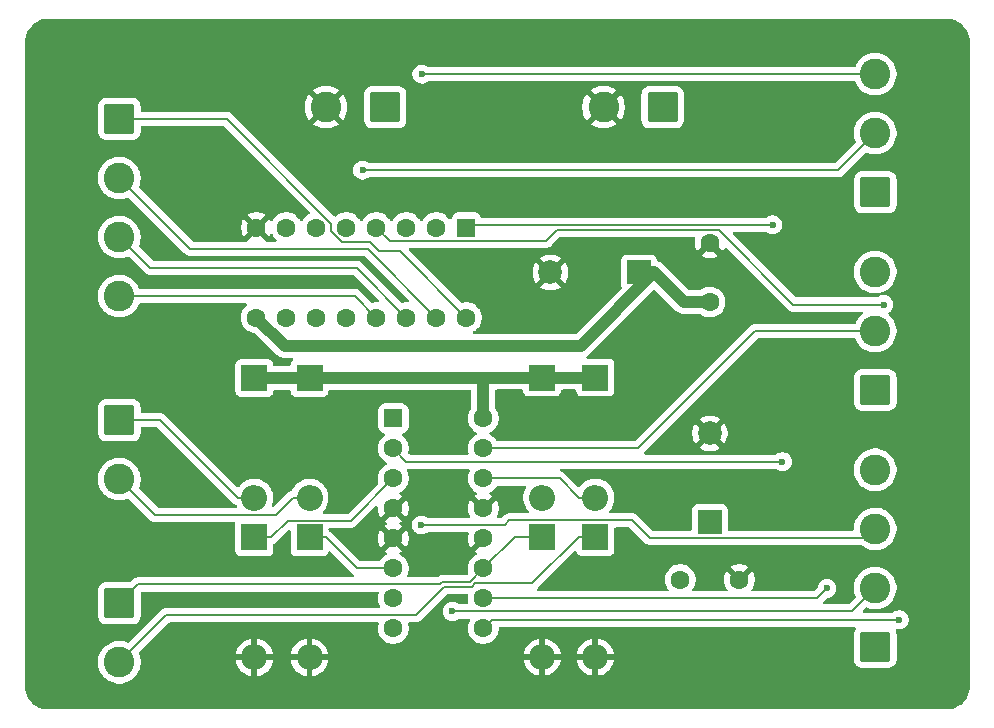
<source format=gbr>
%TF.GenerationSoftware,KiCad,Pcbnew,9.0.0*%
%TF.CreationDate,2025-03-24T12:32:59-05:00*%
%TF.ProjectId,DIIN-proyecto,4449494e-2d70-4726-9f79-6563746f2e6b,rev?*%
%TF.SameCoordinates,Original*%
%TF.FileFunction,Copper,L1,Top*%
%TF.FilePolarity,Positive*%
%FSLAX46Y46*%
G04 Gerber Fmt 4.6, Leading zero omitted, Abs format (unit mm)*
G04 Created by KiCad (PCBNEW 9.0.0) date 2025-03-24 12:32:59*
%MOMM*%
%LPD*%
G01*
G04 APERTURE LIST*
G04 Aperture macros list*
%AMRoundRect*
0 Rectangle with rounded corners*
0 $1 Rounding radius*
0 $2 $3 $4 $5 $6 $7 $8 $9 X,Y pos of 4 corners*
0 Add a 4 corners polygon primitive as box body*
4,1,4,$2,$3,$4,$5,$6,$7,$8,$9,$2,$3,0*
0 Add four circle primitives for the rounded corners*
1,1,$1+$1,$2,$3*
1,1,$1+$1,$4,$5*
1,1,$1+$1,$6,$7*
1,1,$1+$1,$8,$9*
0 Add four rect primitives between the rounded corners*
20,1,$1+$1,$2,$3,$4,$5,0*
20,1,$1+$1,$4,$5,$6,$7,0*
20,1,$1+$1,$6,$7,$8,$9,0*
20,1,$1+$1,$8,$9,$2,$3,0*%
G04 Aperture macros list end*
%TA.AperFunction,ComponentPad*%
%ADD10RoundRect,0.250000X-1.050000X1.050000X-1.050000X-1.050000X1.050000X-1.050000X1.050000X1.050000X0*%
%TD*%
%TA.AperFunction,ComponentPad*%
%ADD11C,2.600000*%
%TD*%
%TA.AperFunction,ComponentPad*%
%ADD12C,1.600000*%
%TD*%
%TA.AperFunction,ComponentPad*%
%ADD13RoundRect,0.250000X-0.550000X0.550000X-0.550000X-0.550000X0.550000X-0.550000X0.550000X0.550000X0*%
%TD*%
%TA.AperFunction,ComponentPad*%
%ADD14RoundRect,0.250000X-0.550000X-0.550000X0.550000X-0.550000X0.550000X0.550000X-0.550000X0.550000X0*%
%TD*%
%TA.AperFunction,ComponentPad*%
%ADD15R,2.000000X2.000000*%
%TD*%
%TA.AperFunction,ComponentPad*%
%ADD16C,2.000000*%
%TD*%
%TA.AperFunction,ComponentPad*%
%ADD17RoundRect,0.250000X1.050000X-1.050000X1.050000X1.050000X-1.050000X1.050000X-1.050000X-1.050000X0*%
%TD*%
%TA.AperFunction,ComponentPad*%
%ADD18RoundRect,0.250000X1.050000X1.050000X-1.050000X1.050000X-1.050000X-1.050000X1.050000X-1.050000X0*%
%TD*%
%TA.AperFunction,ComponentPad*%
%ADD19R,2.200000X2.200000*%
%TD*%
%TA.AperFunction,ComponentPad*%
%ADD20O,2.200000X2.200000*%
%TD*%
%TA.AperFunction,ViaPad*%
%ADD21C,0.600000*%
%TD*%
%TA.AperFunction,Conductor*%
%ADD22C,1.000000*%
%TD*%
%TA.AperFunction,Conductor*%
%ADD23C,0.200000*%
%TD*%
G04 APERTURE END LIST*
D10*
%TO.P,J3,1,Pin_1*%
%TO.N,X1*%
X108469250Y-107570750D03*
D11*
%TO.P,J3,2,Pin_2*%
%TO.N,X2*%
X108469250Y-112570750D03*
%TD*%
%TO.P,J6,2,Pin_2*%
%TO.N,Y2*%
X108469250Y-128070750D03*
D10*
%TO.P,J6,1,Pin_1*%
%TO.N,Y1*%
X108469250Y-123070750D03*
%TD*%
D12*
%TO.P,U1,15,O2*%
%TO.N,B2*%
X135319250Y-98885750D03*
%TO.P,U1,14,O3*%
%TO.N,B3*%
X132779250Y-98885750D03*
%TO.P,U1,13,O4*%
%TO.N,B4*%
X130239250Y-98885750D03*
%TO.P,U1,12,O5*%
%TO.N,unconnected-(U1-O5-Pad12)*%
X127699250Y-98885750D03*
%TO.P,U1,11,O6*%
%TO.N,unconnected-(U1-O6-Pad11)*%
X125159250Y-98885750D03*
%TO.P,U1,10,O7*%
%TO.N,unconnected-(U1-O7-Pad10)*%
X122619250Y-98885750D03*
%TO.P,U1,9,COM*%
%TO.N,COM*%
X120079250Y-98885750D03*
%TO.P,U1,5,I5*%
%TO.N,unconnected-(U1-I5-Pad5)*%
X127699250Y-91265750D03*
%TO.P,U1,4,I4*%
%TO.N,FM4*%
X130239250Y-91265750D03*
%TO.P,U1,3,I3*%
%TO.N,FM3*%
X132779250Y-91265750D03*
%TO.P,U1,2,I2*%
%TO.N,FM2*%
X135319250Y-91265750D03*
D13*
%TO.P,U1,1,I1*%
%TO.N,FM1*%
X137859250Y-91265750D03*
D12*
%TO.P,U1,16,O1*%
%TO.N,B1*%
X137859250Y-98885750D03*
%TO.P,U1,6,I6*%
%TO.N,unconnected-(U1-I6-Pad6)*%
X125159250Y-91265750D03*
%TO.P,U1,7,I7*%
%TO.N,unconnected-(U1-I7-Pad7)*%
X122619250Y-91265750D03*
%TO.P,U1,8,GND*%
%TO.N,GND*%
X120079250Y-91265750D03*
%TD*%
%TO.P,U5,16,VCC1*%
%TO.N,+12V*%
X139284250Y-107430750D03*
%TO.P,U5,15,4A*%
%TO.N,IN2_N*%
X139284250Y-109970750D03*
%TO.P,U5,14,4Y*%
%TO.N,Y2*%
X139284250Y-112510750D03*
%TO.P,U5,11,3Y*%
%TO.N,Y1*%
X139284250Y-120130750D03*
%TO.P,U5,10,3A*%
%TO.N,IN2*%
X139284250Y-122670750D03*
%TO.P,U5,9,EN3\u002C4*%
%TO.N,PWM2*%
X139284250Y-125210750D03*
%TO.P,U5,8,VCC2*%
%TO.N,+12V*%
X131664250Y-125210750D03*
%TO.P,U5,3,1Y*%
%TO.N,X1*%
X131664250Y-112510750D03*
%TO.P,U5,2,1A*%
%TO.N,IN1*%
X131664250Y-109970750D03*
D14*
%TO.P,U5,1,EN1\u002C2*%
%TO.N,PWM1*%
X131664250Y-107430750D03*
D12*
%TO.P,U5,7,2A*%
%TO.N,IN1_N*%
X131664250Y-122670750D03*
%TO.P,U5,4,GND*%
%TO.N,GND*%
X131664250Y-115050750D03*
%TO.P,U5,5,GND*%
X131664250Y-117590750D03*
%TO.P,U5,13,GND*%
X139284250Y-115050750D03*
%TO.P,U5,12,GND*%
X139284250Y-117590750D03*
%TO.P,U5,6,2Y*%
%TO.N,X2*%
X131664250Y-120130750D03*
%TD*%
D15*
%TO.P,C7,1*%
%TO.N,+12V*%
X158469250Y-116188450D03*
D16*
%TO.P,C7,2*%
%TO.N,GND*%
X158469250Y-108688450D03*
%TD*%
D11*
%TO.P,J10,4,Pin_4*%
%TO.N,B4*%
X108469250Y-97070750D03*
%TO.P,J10,3,Pin_3*%
%TO.N,B3*%
X108469250Y-92070750D03*
%TO.P,J10,2,Pin_2*%
%TO.N,B2*%
X108469250Y-87070750D03*
D10*
%TO.P,J10,1,Pin_1*%
%TO.N,B1*%
X108469250Y-82070750D03*
%TD*%
D12*
%TO.P,C8,1*%
%TO.N,+12V*%
X155969250Y-121070750D03*
%TO.P,C8,2*%
%TO.N,GND*%
X160969250Y-121070750D03*
%TD*%
D11*
%TO.P,J13,3,Pin_3*%
%TO.N,PWM2*%
X172469250Y-95020750D03*
%TO.P,J13,2,Pin_2*%
%TO.N,IN2_N*%
X172469250Y-100020750D03*
D17*
%TO.P,J13,1,Pin_1*%
%TO.N,IN2*%
X172469250Y-105020750D03*
%TD*%
D15*
%TO.P,C1,1*%
%TO.N,COM*%
X152469250Y-95070750D03*
D16*
%TO.P,C1,2*%
%TO.N,GND*%
X144969250Y-95070750D03*
%TD*%
D11*
%TO.P,J12,3,Pin_3*%
%TO.N,PWM1*%
X172469250Y-78270750D03*
D17*
%TO.P,J12,1,Pin_1*%
%TO.N,IN1*%
X172469250Y-88270750D03*
D11*
%TO.P,J12,2,Pin_2*%
%TO.N,IN1_N*%
X172469250Y-83270750D03*
%TD*%
D18*
%TO.P,J8,1,Pin_1*%
%TO.N,COM*%
X130969250Y-81070750D03*
D11*
%TO.P,J8,2,Pin_2*%
%TO.N,GND*%
X125969250Y-81070750D03*
%TD*%
%TO.P,J9,4,Pin_4*%
%TO.N,FM4*%
X172469250Y-111770750D03*
%TO.P,J9,3,Pin_3*%
%TO.N,FM3*%
X172469250Y-116770750D03*
%TO.P,J9,2,Pin_2*%
%TO.N,FM2*%
X172469250Y-121770750D03*
D17*
%TO.P,J9,1,Pin_1*%
%TO.N,FM1*%
X172469250Y-126770750D03*
%TD*%
D12*
%TO.P,C2,1*%
%TO.N,COM*%
X158469250Y-97570750D03*
%TO.P,C2,2*%
%TO.N,GND*%
X158469250Y-92570750D03*
%TD*%
D18*
%TO.P,J2,1,Pin_1*%
%TO.N,+12V*%
X154469250Y-81070750D03*
D11*
%TO.P,J2,2,Pin_2*%
%TO.N,GND*%
X149469250Y-81070750D03*
%TD*%
D19*
%TO.P,D8,1,K*%
%TO.N,Y2*%
X148769250Y-117470750D03*
D20*
%TO.P,D8,2,A*%
%TO.N,GND*%
X148769250Y-127630750D03*
%TD*%
D19*
%TO.P,D6,1,K*%
%TO.N,Y1*%
X144269250Y-117470750D03*
D20*
%TO.P,D6,2,A*%
%TO.N,GND*%
X144269250Y-127630750D03*
%TD*%
%TO.P,D7,2,A*%
%TO.N,Y2*%
X148769250Y-114130750D03*
D19*
%TO.P,D7,1,K*%
%TO.N,+12V*%
X148769250Y-103970750D03*
%TD*%
D20*
%TO.P,D5,2,A*%
%TO.N,Y1*%
X144269250Y-114130750D03*
D19*
%TO.P,D5,1,K*%
%TO.N,+12V*%
X144269250Y-103970750D03*
%TD*%
%TO.P,D1,1,K*%
%TO.N,X1*%
X119902550Y-117490750D03*
D20*
%TO.P,D1,2,A*%
%TO.N,GND*%
X119902550Y-127650750D03*
%TD*%
D19*
%TO.P,D3,1,K*%
%TO.N,+12V*%
X124569250Y-103990750D03*
D20*
%TO.P,D3,2,A*%
%TO.N,X2*%
X124569250Y-114150750D03*
%TD*%
%TO.P,D4,2,A*%
%TO.N,GND*%
X124569250Y-127650750D03*
D19*
%TO.P,D4,1,K*%
%TO.N,X2*%
X124569250Y-117490750D03*
%TD*%
D20*
%TO.P,D2,2,A*%
%TO.N,X1*%
X119902550Y-114150750D03*
D19*
%TO.P,D2,1,K*%
%TO.N,+12V*%
X119902550Y-103990750D03*
%TD*%
D21*
%TO.N,IN1*%
X164613550Y-111084650D03*
%TO.N,IN1_N*%
X129061250Y-86403250D03*
%TO.N,PWM1*%
X134082850Y-78270750D03*
%TO.N,FM1*%
X163786550Y-91040550D03*
%TO.N,PWM2*%
X174506750Y-124471450D03*
%TO.N,FM4*%
X173187250Y-97785750D03*
%TO.N,FM2*%
X136673750Y-123774050D03*
%TO.N,IN2*%
X168382250Y-121817750D03*
%TO.N,FM3*%
X134049250Y-116448250D03*
%TD*%
D22*
%TO.N,COM*%
X156270950Y-97570750D02*
X153770950Y-95070750D01*
X152469250Y-95070750D02*
X153770950Y-95070750D01*
X158469250Y-97570750D02*
X156270950Y-97570750D01*
%TO.N,+12V*%
X144269250Y-103970750D02*
X148769250Y-103970750D01*
D23*
%TO.N,X2*%
X128610950Y-120130750D02*
X125970950Y-117490750D01*
X111500850Y-115602350D02*
X108469250Y-112570750D01*
X124569250Y-114150750D02*
X123167550Y-114150750D01*
X131664250Y-120130750D02*
X128610950Y-120130750D01*
D22*
%TO.N,+12V*%
X124569250Y-103990750D02*
X125970950Y-103990750D01*
D23*
%TO.N,X1*%
X108469250Y-107570750D02*
X111920850Y-107570750D01*
%TO.N,Y1*%
X139284250Y-120130750D02*
X141944250Y-117470750D01*
X141944250Y-117470750D02*
X142867550Y-117470750D01*
%TO.N,X2*%
X123167550Y-114150750D02*
X121715950Y-115602350D01*
D22*
%TO.N,+12V*%
X139304250Y-103970750D02*
X143218050Y-103970750D01*
X139284250Y-107430750D02*
X139284250Y-103990750D01*
D23*
%TO.N,X1*%
X128085950Y-116089050D02*
X122705950Y-116089050D01*
D22*
%TO.N,+12V*%
X119902550Y-103990750D02*
X124569250Y-103990750D01*
D23*
%TO.N,X1*%
X131664250Y-112510750D02*
X128085950Y-116089050D01*
X122705950Y-116089050D02*
X121304250Y-117490750D01*
X119902550Y-114150750D02*
X118500850Y-114150750D01*
X111920850Y-107570750D02*
X118500850Y-114150750D01*
D22*
%TO.N,+12V*%
X143568450Y-103970750D02*
X143218050Y-103970750D01*
X139284250Y-103990750D02*
X125970950Y-103990750D01*
X143568450Y-103970750D02*
X144269250Y-103970750D01*
X139284250Y-103990750D02*
X139304250Y-103970750D01*
D23*
%TO.N,X2*%
X124569250Y-117490750D02*
X125970950Y-117490750D01*
X121715950Y-115602350D02*
X111500850Y-115602350D01*
%TO.N,X1*%
X119902550Y-117490750D02*
X121304250Y-117490750D01*
%TO.N,Y2*%
X133585050Y-124082250D02*
X135971350Y-121695950D01*
%TO.N,FM2*%
X170465950Y-123774050D02*
X136673750Y-123774050D01*
%TO.N,FM3*%
X153370250Y-117521450D02*
X151910450Y-116061650D01*
%TO.N,IN1*%
X131664250Y-109970750D02*
X132778150Y-111084650D01*
%TO.N,FM4*%
X144615250Y-92370750D02*
X145520150Y-91465850D01*
X165525150Y-97785750D02*
X173187250Y-97785750D01*
%TO.N,Y1*%
X144269250Y-117470750D02*
X142867550Y-117470750D01*
%TO.N,Y2*%
X139284250Y-112510750D02*
X145747550Y-112510750D01*
%TO.N,FM1*%
X163786550Y-91040550D02*
X138084450Y-91040550D01*
%TO.N,B3*%
X132779250Y-98885750D02*
X128561950Y-94668450D01*
X128561950Y-94668450D02*
X111066950Y-94668450D01*
%TO.N,FM4*%
X131344250Y-92370750D02*
X144615250Y-92370750D01*
%TO.N,Y2*%
X148769250Y-117470750D02*
X147367550Y-117470750D01*
%TO.N,B2*%
X108469250Y-87070750D02*
X114453950Y-93055450D01*
%TO.N,Y2*%
X145747550Y-112510750D02*
X147367550Y-114130750D01*
%TO.N,B1*%
X130432150Y-93243250D02*
X132216750Y-93243250D01*
%TO.N,B2*%
X114453950Y-93055450D02*
X129488950Y-93055450D01*
%TO.N,B4*%
X128424250Y-97070750D02*
X108469250Y-97070750D01*
%TO.N,Y2*%
X138589050Y-121400750D02*
X143437550Y-121400750D01*
%TO.N,FM3*%
X171718550Y-117521450D02*
X153370250Y-117521450D01*
%TO.N,FM2*%
X172469250Y-121770750D02*
X170465950Y-123774050D01*
%TO.N,Y2*%
X138293850Y-121695950D02*
X138589050Y-121400750D01*
%TO.N,B1*%
X108469250Y-82070750D02*
X117570750Y-82070750D01*
%TO.N,FM3*%
X172469250Y-116770750D02*
X171718550Y-117521450D01*
%TO.N,B1*%
X132216750Y-93243250D02*
X137859250Y-98885750D01*
X117570750Y-82070750D02*
X126429250Y-90929250D01*
%TO.N,PWM1*%
X134082850Y-78270750D02*
X172469250Y-78270750D01*
%TO.N,FM1*%
X138084450Y-91040550D02*
X137859250Y-91265750D01*
%TO.N,FM4*%
X159205250Y-91465850D02*
X165525150Y-97785750D01*
%TO.N,B1*%
X127353050Y-92482350D02*
X129671250Y-92482350D01*
%TO.N,B3*%
X111066950Y-94668450D02*
X108469250Y-92070750D01*
%TO.N,IN1_N*%
X172469250Y-83270750D02*
X169336750Y-86403250D01*
%TO.N,B2*%
X129488950Y-93055450D02*
X135319250Y-98885750D01*
%TO.N,Y2*%
X108469250Y-128070750D02*
X112457750Y-124082250D01*
%TO.N,FM3*%
X141492450Y-116061650D02*
X141105850Y-116448250D01*
%TO.N,Y2*%
X143437550Y-121400750D02*
X147367550Y-117470750D01*
X148769250Y-114130750D02*
X147367550Y-114130750D01*
%TO.N,FM4*%
X145520150Y-91465850D02*
X159205250Y-91465850D01*
%TO.N,Y2*%
X112457750Y-124082250D02*
X133585050Y-124082250D01*
%TO.N,FM3*%
X151910450Y-116061650D02*
X141492450Y-116061650D01*
%TO.N,B4*%
X130239250Y-98885750D02*
X128424250Y-97070750D01*
%TO.N,B1*%
X126429250Y-90929250D02*
X126429250Y-91558550D01*
X126429250Y-91558550D02*
X127353050Y-92482350D01*
X129671250Y-92482350D02*
X130432150Y-93243250D01*
%TO.N,IN1_N*%
X169336750Y-86403250D02*
X129061250Y-86403250D01*
%TO.N,FM3*%
X141105850Y-116448250D02*
X134049250Y-116448250D01*
%TO.N,Y2*%
X135971350Y-121695950D02*
X138293850Y-121695950D01*
%TO.N,FM4*%
X130239250Y-91265750D02*
X131344250Y-92370750D01*
%TO.N,IN2*%
X168382250Y-121817750D02*
X167529250Y-122670750D01*
X167529250Y-122670750D02*
X139284250Y-122670750D01*
D22*
%TO.N,COM*%
X120079250Y-98885750D02*
X122464250Y-101270750D01*
D23*
%TO.N,PWM2*%
X140023550Y-124471450D02*
X174506750Y-124471450D01*
D22*
%TO.N,COM*%
X122464250Y-101270750D02*
X147570950Y-101270750D01*
X147570950Y-101270750D02*
X153770950Y-95070750D01*
D23*
%TO.N,IN1*%
X132778150Y-111084650D02*
X164613550Y-111084650D01*
%TO.N,PWM2*%
X139284250Y-125210750D02*
X140023550Y-124471450D01*
%TO.N,IN2_N*%
X162324550Y-100020750D02*
X152374550Y-109970750D01*
X172469250Y-100020750D02*
X162324550Y-100020750D01*
X152374550Y-109970750D02*
X139284250Y-109970750D01*
%TO.N,Y1*%
X138120050Y-121294950D02*
X136137450Y-121294950D01*
X135616865Y-121483335D02*
X110056665Y-121483335D01*
X139284250Y-120130750D02*
X138120050Y-121294950D01*
X136137450Y-121294950D02*
X135805250Y-121294950D01*
X110056665Y-121483335D02*
X108469250Y-123070750D01*
X135805250Y-121294950D02*
X135616865Y-121483335D01*
%TD*%
%TA.AperFunction,Conductor*%
%TO.N,GND*%
G36*
X138110019Y-111704835D02*
G01*
X138155774Y-111757639D01*
X138165718Y-111826797D01*
X138153465Y-111865443D01*
X138142141Y-111887669D01*
X138079031Y-112011526D01*
X138015772Y-112206215D01*
X137983750Y-112408398D01*
X137983750Y-112613101D01*
X138015772Y-112815284D01*
X138079031Y-113009973D01*
X138129027Y-113108094D01*
X138169458Y-113187444D01*
X138171965Y-113192363D01*
X138292278Y-113357963D01*
X138437036Y-113502721D01*
X138602635Y-113623034D01*
X138602637Y-113623035D01*
X138602640Y-113623037D01*
X138695880Y-113670545D01*
X138746676Y-113718520D01*
X138763471Y-113786341D01*
X138740934Y-113852475D01*
X138695880Y-113891515D01*
X138602894Y-113938893D01*
X138558327Y-113971273D01*
X138558327Y-113971274D01*
X139237804Y-114650750D01*
X139231589Y-114650750D01*
X139129856Y-114678009D01*
X139038644Y-114730670D01*
X138964170Y-114805144D01*
X138911509Y-114896356D01*
X138884250Y-114998089D01*
X138884250Y-115004303D01*
X138204774Y-114324827D01*
X138204773Y-114324827D01*
X138172393Y-114369394D01*
X138079494Y-114551718D01*
X138016259Y-114746332D01*
X137984250Y-114948432D01*
X137984250Y-115153067D01*
X138016259Y-115355167D01*
X138079494Y-115549781D01*
X138139453Y-115667455D01*
X138152349Y-115736124D01*
X138126073Y-115800865D01*
X138068966Y-115841122D01*
X138028968Y-115847750D01*
X134629016Y-115847750D01*
X134561977Y-115828065D01*
X134560125Y-115826852D01*
X134428435Y-115738859D01*
X134428422Y-115738852D01*
X134282751Y-115678514D01*
X134282739Y-115678511D01*
X134128095Y-115647750D01*
X134128092Y-115647750D01*
X133970408Y-115647750D01*
X133970405Y-115647750D01*
X133815760Y-115678511D01*
X133815748Y-115678514D01*
X133670077Y-115738852D01*
X133670064Y-115738859D01*
X133538961Y-115826460D01*
X133538957Y-115826463D01*
X133427463Y-115937957D01*
X133427460Y-115937961D01*
X133339859Y-116069064D01*
X133339852Y-116069077D01*
X133279514Y-116214748D01*
X133279511Y-116214760D01*
X133248750Y-116369403D01*
X133248750Y-116527096D01*
X133279511Y-116681739D01*
X133279514Y-116681751D01*
X133339852Y-116827422D01*
X133339859Y-116827435D01*
X133427460Y-116958538D01*
X133427463Y-116958542D01*
X133538957Y-117070036D01*
X133538961Y-117070039D01*
X133670064Y-117157640D01*
X133670077Y-117157647D01*
X133772724Y-117200164D01*
X133815753Y-117217987D01*
X133912323Y-117237196D01*
X133970403Y-117248749D01*
X133970406Y-117248750D01*
X133970408Y-117248750D01*
X134128094Y-117248750D01*
X134128095Y-117248749D01*
X134282747Y-117217987D01*
X134428429Y-117157644D01*
X134482913Y-117121239D01*
X134560125Y-117069648D01*
X134626803Y-117048770D01*
X134629016Y-117048750D01*
X137922784Y-117048750D01*
X137989823Y-117068435D01*
X138035578Y-117121239D01*
X138045522Y-117190397D01*
X138040715Y-117211069D01*
X138016259Y-117286332D01*
X137984250Y-117488432D01*
X137984250Y-117693067D01*
X138016259Y-117895167D01*
X138079494Y-118089781D01*
X138172391Y-118272100D01*
X138172397Y-118272109D01*
X138204773Y-118316671D01*
X138204774Y-118316672D01*
X138884250Y-117637196D01*
X138884250Y-117643411D01*
X138911509Y-117745144D01*
X138964170Y-117836356D01*
X139038644Y-117910830D01*
X139129856Y-117963491D01*
X139231589Y-117990750D01*
X139237802Y-117990750D01*
X138558326Y-118670224D01*
X138602902Y-118702611D01*
X138695878Y-118749984D01*
X138746675Y-118797958D01*
X138763470Y-118865779D01*
X138740933Y-118931914D01*
X138695880Y-118970953D01*
X138602638Y-119018463D01*
X138437036Y-119138778D01*
X138292278Y-119283536D01*
X138171965Y-119449136D01*
X138079031Y-119631526D01*
X138015772Y-119826215D01*
X137983750Y-120028398D01*
X137983750Y-120233101D01*
X138015773Y-120435284D01*
X138020422Y-120449593D01*
X138020856Y-120464804D01*
X138026175Y-120479064D01*
X138021833Y-120499020D01*
X138022417Y-120519434D01*
X138014329Y-120533519D01*
X138011324Y-120547337D01*
X137990175Y-120575589D01*
X137907632Y-120658132D01*
X137846312Y-120691616D01*
X137819953Y-120694450D01*
X135891920Y-120694450D01*
X135891904Y-120694449D01*
X135884308Y-120694449D01*
X135726193Y-120694449D01*
X135649829Y-120714911D01*
X135573464Y-120735373D01*
X135573459Y-120735376D01*
X135436540Y-120814425D01*
X135436532Y-120814431D01*
X135404448Y-120846516D01*
X135343125Y-120880001D01*
X135316767Y-120882835D01*
X132942978Y-120882835D01*
X132875939Y-120863150D01*
X132830184Y-120810346D01*
X132820240Y-120741188D01*
X132832493Y-120702540D01*
X132869468Y-120629973D01*
X132869468Y-120629972D01*
X132869470Y-120629969D01*
X132932727Y-120435284D01*
X132964750Y-120233102D01*
X132964750Y-120028398D01*
X132932727Y-119826216D01*
X132925105Y-119802759D01*
X132903377Y-119735887D01*
X132869470Y-119631531D01*
X132869468Y-119631528D01*
X132869468Y-119631526D01*
X132835753Y-119565357D01*
X132776537Y-119449140D01*
X132768806Y-119438499D01*
X132656221Y-119283536D01*
X132511463Y-119138778D01*
X132345861Y-119018463D01*
X132252619Y-118970953D01*
X132201824Y-118922979D01*
X132185029Y-118855157D01*
X132207567Y-118789023D01*
X132252621Y-118749984D01*
X132345596Y-118702611D01*
X132345597Y-118702611D01*
X132390171Y-118670224D01*
X131710697Y-117990750D01*
X131716911Y-117990750D01*
X131818644Y-117963491D01*
X131909856Y-117910830D01*
X131984330Y-117836356D01*
X132036991Y-117745144D01*
X132064250Y-117643411D01*
X132064250Y-117637197D01*
X132743724Y-118316671D01*
X132776109Y-118272099D01*
X132869005Y-118089781D01*
X132932240Y-117895167D01*
X132964250Y-117693067D01*
X132964250Y-117488432D01*
X132932240Y-117286332D01*
X132869005Y-117091718D01*
X132776109Y-116909400D01*
X132743724Y-116864827D01*
X132743724Y-116864826D01*
X132064250Y-117544301D01*
X132064250Y-117538089D01*
X132036991Y-117436356D01*
X131984330Y-117345144D01*
X131909856Y-117270670D01*
X131818644Y-117218009D01*
X131716911Y-117190750D01*
X131710696Y-117190750D01*
X132390172Y-116511274D01*
X132390171Y-116511273D01*
X132345609Y-116478897D01*
X132345600Y-116478891D01*
X132252069Y-116431235D01*
X132201273Y-116383261D01*
X132184478Y-116315440D01*
X132207015Y-116249305D01*
X132252070Y-116210265D01*
X132345596Y-116162611D01*
X132345597Y-116162611D01*
X132390171Y-116130224D01*
X131710697Y-115450750D01*
X131716911Y-115450750D01*
X131818644Y-115423491D01*
X131909856Y-115370830D01*
X131984330Y-115296356D01*
X132036991Y-115205144D01*
X132064250Y-115103411D01*
X132064250Y-115097197D01*
X132743724Y-115776671D01*
X132776109Y-115732099D01*
X132869005Y-115549781D01*
X132932240Y-115355167D01*
X132964250Y-115153067D01*
X132964250Y-114948432D01*
X132932240Y-114746332D01*
X132869005Y-114551718D01*
X132776109Y-114369400D01*
X132743724Y-114324827D01*
X132743724Y-114324826D01*
X132064250Y-115004301D01*
X132064250Y-114998089D01*
X132036991Y-114896356D01*
X131984330Y-114805144D01*
X131909856Y-114730670D01*
X131818644Y-114678009D01*
X131716911Y-114650750D01*
X131710696Y-114650750D01*
X132390172Y-113971274D01*
X132390171Y-113971273D01*
X132345609Y-113938897D01*
X132345600Y-113938891D01*
X132252619Y-113891515D01*
X132201823Y-113843540D01*
X132185028Y-113775719D01*
X132207565Y-113709585D01*
X132252620Y-113670545D01*
X132345860Y-113623037D01*
X132422298Y-113567502D01*
X132511463Y-113502721D01*
X132511465Y-113502718D01*
X132511469Y-113502716D01*
X132656216Y-113357969D01*
X132656218Y-113357965D01*
X132656221Y-113357963D01*
X132715868Y-113275864D01*
X132776537Y-113192360D01*
X132869470Y-113009969D01*
X132932727Y-112815284D01*
X132964750Y-112613102D01*
X132964750Y-112408398D01*
X132955618Y-112350743D01*
X132932727Y-112206215D01*
X132875546Y-112030231D01*
X132869470Y-112011531D01*
X132869468Y-112011528D01*
X132869468Y-112011526D01*
X132806359Y-111887669D01*
X132795034Y-111865443D01*
X132782139Y-111796776D01*
X132808415Y-111732036D01*
X132865521Y-111691778D01*
X132905520Y-111685150D01*
X138042980Y-111685150D01*
X138110019Y-111704835D01*
G37*
%TD.AperFunction*%
%TA.AperFunction,Conductor*%
G36*
X130283584Y-114843163D02*
G01*
X130339517Y-114885035D01*
X130363934Y-114950499D01*
X130364250Y-114959345D01*
X130364250Y-115153067D01*
X130396259Y-115355167D01*
X130459494Y-115549781D01*
X130552391Y-115732100D01*
X130552397Y-115732109D01*
X130584773Y-115776671D01*
X130584774Y-115776672D01*
X131264250Y-115097196D01*
X131264250Y-115103411D01*
X131291509Y-115205144D01*
X131344170Y-115296356D01*
X131418644Y-115370830D01*
X131509856Y-115423491D01*
X131611589Y-115450750D01*
X131617803Y-115450750D01*
X130938326Y-116130224D01*
X130982900Y-116162609D01*
X131076430Y-116210265D01*
X131127226Y-116258239D01*
X131144021Y-116326060D01*
X131121484Y-116392195D01*
X131076430Y-116431235D01*
X130982894Y-116478893D01*
X130938327Y-116511273D01*
X130938327Y-116511274D01*
X131617804Y-117190750D01*
X131611589Y-117190750D01*
X131509856Y-117218009D01*
X131418644Y-117270670D01*
X131344170Y-117345144D01*
X131291509Y-117436356D01*
X131264250Y-117538089D01*
X131264250Y-117544303D01*
X130584774Y-116864827D01*
X130584773Y-116864827D01*
X130552393Y-116909394D01*
X130459494Y-117091718D01*
X130396259Y-117286332D01*
X130364250Y-117488432D01*
X130364250Y-117693067D01*
X130396259Y-117895167D01*
X130459494Y-118089781D01*
X130552391Y-118272100D01*
X130552397Y-118272109D01*
X130584773Y-118316671D01*
X130584774Y-118316672D01*
X131264250Y-117637196D01*
X131264250Y-117643411D01*
X131291509Y-117745144D01*
X131344170Y-117836356D01*
X131418644Y-117910830D01*
X131509856Y-117963491D01*
X131611589Y-117990750D01*
X131617803Y-117990750D01*
X130938326Y-118670224D01*
X130982902Y-118702611D01*
X131075878Y-118749984D01*
X131126675Y-118797958D01*
X131143470Y-118865779D01*
X131120933Y-118931914D01*
X131075880Y-118970953D01*
X130982638Y-119018463D01*
X130817036Y-119138778D01*
X130672278Y-119283536D01*
X130551965Y-119449135D01*
X130545133Y-119462545D01*
X130497159Y-119513341D01*
X130434648Y-119530250D01*
X128911048Y-119530250D01*
X128844009Y-119510565D01*
X128823367Y-119493931D01*
X127868221Y-118538785D01*
X126458539Y-117129104D01*
X126458538Y-117129102D01*
X126339667Y-117010231D01*
X126339666Y-117010230D01*
X126241451Y-116953526D01*
X126231743Y-116947921D01*
X126198969Y-116913545D01*
X126183534Y-116897357D01*
X126183533Y-116897354D01*
X126183531Y-116897352D01*
X126183524Y-116897316D01*
X126169749Y-116840537D01*
X126169749Y-116813550D01*
X126189434Y-116746511D01*
X126242238Y-116700756D01*
X126293749Y-116689550D01*
X127999281Y-116689550D01*
X127999297Y-116689551D01*
X128006893Y-116689551D01*
X128165004Y-116689551D01*
X128165007Y-116689551D01*
X128317735Y-116648627D01*
X128367854Y-116619689D01*
X128454666Y-116569570D01*
X128566470Y-116457766D01*
X128566470Y-116457764D01*
X128576678Y-116447557D01*
X128576680Y-116447554D01*
X130152571Y-114871662D01*
X130213892Y-114838179D01*
X130283584Y-114843163D01*
G37*
%TD.AperFunction*%
%TA.AperFunction,Conductor*%
G36*
X142857118Y-113130935D02*
G01*
X142902873Y-113183739D01*
X142912817Y-113252897D01*
X142900564Y-113291545D01*
X142900383Y-113291901D01*
X142900380Y-113291905D01*
X142871649Y-113348292D01*
X142786010Y-113516366D01*
X142708160Y-113755964D01*
X142704031Y-113782034D01*
X142668750Y-114004788D01*
X142668750Y-114256712D01*
X142682012Y-114340443D01*
X142708160Y-114505535D01*
X142786010Y-114745133D01*
X142863063Y-114896356D01*
X142898309Y-114965531D01*
X142900382Y-114969598D01*
X143048451Y-115173399D01*
X143048455Y-115173404D01*
X143124520Y-115249469D01*
X143158005Y-115310792D01*
X143153021Y-115380484D01*
X143111149Y-115436417D01*
X143045685Y-115460834D01*
X143036839Y-115461150D01*
X141579119Y-115461150D01*
X141579103Y-115461149D01*
X141571507Y-115461149D01*
X141413393Y-115461149D01*
X141260665Y-115502073D01*
X141213207Y-115529473D01*
X141213206Y-115529473D01*
X141123740Y-115581125D01*
X141123732Y-115581131D01*
X140893433Y-115811431D01*
X140832110Y-115844916D01*
X140805752Y-115847750D01*
X140539532Y-115847750D01*
X140472493Y-115828065D01*
X140426738Y-115775261D01*
X140416794Y-115706103D01*
X140429047Y-115667455D01*
X140489005Y-115549781D01*
X140552240Y-115355167D01*
X140584250Y-115153067D01*
X140584250Y-114948432D01*
X140552240Y-114746332D01*
X140489005Y-114551718D01*
X140396109Y-114369400D01*
X140363724Y-114324827D01*
X140363724Y-114324826D01*
X139684250Y-115004301D01*
X139684250Y-114998089D01*
X139656991Y-114896356D01*
X139604330Y-114805144D01*
X139529856Y-114730670D01*
X139438644Y-114678009D01*
X139336911Y-114650750D01*
X139330696Y-114650750D01*
X140010172Y-113971274D01*
X140010171Y-113971273D01*
X139965609Y-113938897D01*
X139965600Y-113938891D01*
X139872619Y-113891515D01*
X139821823Y-113843540D01*
X139805028Y-113775719D01*
X139827565Y-113709585D01*
X139872620Y-113670545D01*
X139965860Y-113623037D01*
X140042298Y-113567502D01*
X140131463Y-113502721D01*
X140131465Y-113502718D01*
X140131469Y-113502716D01*
X140276216Y-113357969D01*
X140276218Y-113357965D01*
X140276221Y-113357963D01*
X140396534Y-113192364D01*
X140396535Y-113192363D01*
X140396537Y-113192360D01*
X140403367Y-113178954D01*
X140451341Y-113128159D01*
X140513852Y-113111250D01*
X142790079Y-113111250D01*
X142857118Y-113130935D01*
G37*
%TD.AperFunction*%
%TA.AperFunction,Conductor*%
G36*
X157122555Y-92074274D02*
G01*
X157150280Y-92079073D01*
X157155635Y-92083988D01*
X157162606Y-92086035D01*
X157181024Y-92107291D01*
X157201755Y-92126318D01*
X157203602Y-92133347D01*
X157208361Y-92138839D01*
X157212364Y-92166684D01*
X157219516Y-92193892D01*
X157217746Y-92204115D01*
X157218305Y-92207997D01*
X157213498Y-92228669D01*
X157201259Y-92266332D01*
X157169250Y-92468432D01*
X157169250Y-92673067D01*
X157201259Y-92875167D01*
X157264494Y-93069781D01*
X157357391Y-93252100D01*
X157357397Y-93252109D01*
X157389773Y-93296671D01*
X157389774Y-93296672D01*
X158069250Y-92617196D01*
X158069250Y-92623411D01*
X158096509Y-92725144D01*
X158149170Y-92816356D01*
X158223644Y-92890830D01*
X158314856Y-92943491D01*
X158416589Y-92970750D01*
X158422803Y-92970750D01*
X157743326Y-93650224D01*
X157787900Y-93682609D01*
X157970218Y-93775505D01*
X158164832Y-93838740D01*
X158366933Y-93870750D01*
X158571567Y-93870750D01*
X158773667Y-93838740D01*
X158968281Y-93775505D01*
X159150599Y-93682609D01*
X159195171Y-93650224D01*
X158515697Y-92970750D01*
X158521911Y-92970750D01*
X158623644Y-92943491D01*
X158714856Y-92890830D01*
X158789330Y-92816356D01*
X158841991Y-92725144D01*
X158869250Y-92623411D01*
X158869250Y-92617197D01*
X159548724Y-93296671D01*
X159581109Y-93252099D01*
X159674003Y-93069783D01*
X159681598Y-93046410D01*
X159721035Y-92988734D01*
X159785393Y-92961535D01*
X159854240Y-92973449D01*
X159887211Y-92997046D01*
X165040289Y-98150124D01*
X165040299Y-98150135D01*
X165044629Y-98154465D01*
X165044630Y-98154466D01*
X165156434Y-98266270D01*
X165235148Y-98311715D01*
X165287401Y-98341884D01*
X165293365Y-98345327D01*
X165446092Y-98386250D01*
X165446093Y-98386250D01*
X171276435Y-98386250D01*
X171343474Y-98405935D01*
X171389229Y-98458739D01*
X171399173Y-98527897D01*
X171370148Y-98591453D01*
X171351921Y-98608626D01*
X171279552Y-98664156D01*
X171279545Y-98664162D01*
X171112662Y-98831045D01*
X171112656Y-98831052D01*
X170968980Y-99018295D01*
X170850969Y-99222693D01*
X170850964Y-99222704D01*
X170800845Y-99343703D01*
X170757004Y-99398106D01*
X170690710Y-99420171D01*
X170686284Y-99420250D01*
X162411219Y-99420250D01*
X162411203Y-99420249D01*
X162403607Y-99420249D01*
X162245493Y-99420249D01*
X162130947Y-99450942D01*
X162092764Y-99461173D01*
X162049331Y-99486250D01*
X162049330Y-99486250D01*
X161955837Y-99540227D01*
X161955832Y-99540231D01*
X161844028Y-99652036D01*
X152162134Y-109333931D01*
X152100811Y-109367416D01*
X152074453Y-109370250D01*
X140513852Y-109370250D01*
X140446813Y-109350565D01*
X140403367Y-109302545D01*
X140396534Y-109289135D01*
X140276221Y-109123536D01*
X140131463Y-108978778D01*
X139965864Y-108858465D01*
X139959256Y-108855098D01*
X139873167Y-108811233D01*
X139822373Y-108763261D01*
X139805578Y-108695440D01*
X139828115Y-108629305D01*
X139873167Y-108590266D01*
X139965860Y-108543037D01*
X140094732Y-108449407D01*
X140131463Y-108422721D01*
X140131465Y-108422718D01*
X140131469Y-108422716D01*
X140276216Y-108277969D01*
X140276218Y-108277965D01*
X140276221Y-108277963D01*
X140341255Y-108188450D01*
X140396537Y-108112360D01*
X140489470Y-107929969D01*
X140552727Y-107735284D01*
X140584750Y-107533102D01*
X140584750Y-107328398D01*
X140552727Y-107126216D01*
X140541034Y-107090230D01*
X140515347Y-107011173D01*
X140489470Y-106931531D01*
X140489468Y-106931528D01*
X140489468Y-106931526D01*
X140438115Y-106830741D01*
X140396537Y-106749140D01*
X140334289Y-106663462D01*
X140308432Y-106627872D01*
X140284952Y-106562066D01*
X140284750Y-106554987D01*
X140284750Y-105095250D01*
X140304435Y-105028211D01*
X140357239Y-104982456D01*
X140408750Y-104971250D01*
X142544751Y-104971250D01*
X142611790Y-104990935D01*
X142657545Y-105043739D01*
X142668751Y-105095250D01*
X142668751Y-105118626D01*
X142675158Y-105178233D01*
X142725452Y-105313078D01*
X142725456Y-105313085D01*
X142811702Y-105428294D01*
X142811705Y-105428297D01*
X142926914Y-105514543D01*
X142926921Y-105514547D01*
X143061767Y-105564841D01*
X143061766Y-105564841D01*
X143068694Y-105565585D01*
X143121377Y-105571250D01*
X145417122Y-105571249D01*
X145476733Y-105564841D01*
X145611581Y-105514546D01*
X145726796Y-105428296D01*
X145813046Y-105313081D01*
X145863341Y-105178233D01*
X145869750Y-105118623D01*
X145869750Y-105095250D01*
X145889435Y-105028211D01*
X145942239Y-104982456D01*
X145993750Y-104971250D01*
X147044751Y-104971250D01*
X147111790Y-104990935D01*
X147157545Y-105043739D01*
X147168751Y-105095250D01*
X147168751Y-105118626D01*
X147175158Y-105178233D01*
X147225452Y-105313078D01*
X147225456Y-105313085D01*
X147311702Y-105428294D01*
X147311705Y-105428297D01*
X147426914Y-105514543D01*
X147426921Y-105514547D01*
X147561767Y-105564841D01*
X147561766Y-105564841D01*
X147568694Y-105565585D01*
X147621377Y-105571250D01*
X149917122Y-105571249D01*
X149976733Y-105564841D01*
X150111581Y-105514546D01*
X150226796Y-105428296D01*
X150313046Y-105313081D01*
X150363341Y-105178233D01*
X150369750Y-105118623D01*
X150369749Y-102822878D01*
X150363341Y-102763267D01*
X150320506Y-102648421D01*
X150313047Y-102628421D01*
X150313043Y-102628414D01*
X150226797Y-102513205D01*
X150226794Y-102513202D01*
X150111585Y-102426956D01*
X150111578Y-102426952D01*
X149976732Y-102376658D01*
X149976733Y-102376658D01*
X149917133Y-102370251D01*
X149917131Y-102370250D01*
X149917123Y-102370250D01*
X149917115Y-102370250D01*
X148135056Y-102370250D01*
X148068017Y-102350565D01*
X148022262Y-102297761D01*
X148012318Y-102228603D01*
X148041343Y-102165047D01*
X148066159Y-102143153D01*
X148208732Y-102047889D01*
X148348089Y-101908532D01*
X148348090Y-101908530D01*
X148355156Y-101901464D01*
X148355158Y-101901460D01*
X153683272Y-96573347D01*
X153744591Y-96539865D01*
X153814283Y-96544849D01*
X153858630Y-96573350D01*
X155490685Y-98205405D01*
X155490714Y-98205436D01*
X155633164Y-98347886D01*
X155633168Y-98347889D01*
X155797029Y-98457378D01*
X155797042Y-98457385D01*
X155925783Y-98510711D01*
X155948055Y-98519936D01*
X155979114Y-98532801D01*
X156075762Y-98552025D01*
X156124085Y-98561637D01*
X156172408Y-98571250D01*
X156172409Y-98571250D01*
X156172410Y-98571250D01*
X156369490Y-98571250D01*
X157593488Y-98571250D01*
X157660527Y-98590935D01*
X157666369Y-98594929D01*
X157787640Y-98683037D01*
X157903857Y-98742253D01*
X157970026Y-98775968D01*
X157970028Y-98775968D01*
X157970031Y-98775970D01*
X158074387Y-98809877D01*
X158164715Y-98839227D01*
X158265807Y-98855238D01*
X158366898Y-98871250D01*
X158366899Y-98871250D01*
X158571601Y-98871250D01*
X158571602Y-98871250D01*
X158773784Y-98839227D01*
X158968469Y-98775970D01*
X159150860Y-98683037D01*
X159277772Y-98590831D01*
X159316463Y-98562721D01*
X159316465Y-98562718D01*
X159316469Y-98562716D01*
X159461216Y-98417969D01*
X159461218Y-98417965D01*
X159461221Y-98417963D01*
X159538415Y-98311713D01*
X159581537Y-98252360D01*
X159674470Y-98069969D01*
X159737727Y-97875284D01*
X159769750Y-97673102D01*
X159769750Y-97468398D01*
X159737727Y-97266216D01*
X159674470Y-97071531D01*
X159674468Y-97071528D01*
X159674468Y-97071526D01*
X159640753Y-97005357D01*
X159581537Y-96889140D01*
X159573806Y-96878499D01*
X159461221Y-96723536D01*
X159316463Y-96578778D01*
X159150863Y-96458465D01*
X159150862Y-96458464D01*
X159150860Y-96458463D01*
X159093903Y-96429441D01*
X158968473Y-96365531D01*
X158773784Y-96302272D01*
X158599245Y-96274628D01*
X158571602Y-96270250D01*
X158366898Y-96270250D01*
X158342579Y-96274101D01*
X158164715Y-96302272D01*
X157970026Y-96365531D01*
X157787636Y-96458465D01*
X157666373Y-96546568D01*
X157600567Y-96570048D01*
X157593488Y-96570250D01*
X156736732Y-96570250D01*
X156669693Y-96550565D01*
X156649051Y-96533931D01*
X154552429Y-94437309D01*
X154552409Y-94437287D01*
X154408735Y-94293613D01*
X154408731Y-94293610D01*
X154244870Y-94184121D01*
X154244861Y-94184116D01*
X154172265Y-94154046D01*
X154116115Y-94130788D01*
X154062786Y-94108699D01*
X154062782Y-94108698D01*
X154056951Y-94106929D01*
X154057602Y-94104782D01*
X154004591Y-94077051D01*
X153970018Y-94016335D01*
X153967405Y-94001074D01*
X153963341Y-93963266D01*
X153913047Y-93828421D01*
X153913043Y-93828414D01*
X153826797Y-93713205D01*
X153812138Y-93702231D01*
X153711580Y-93626953D01*
X153711578Y-93626952D01*
X153576732Y-93576658D01*
X153576733Y-93576658D01*
X153517133Y-93570251D01*
X153517131Y-93570250D01*
X153517123Y-93570250D01*
X153517114Y-93570250D01*
X151421379Y-93570250D01*
X151421373Y-93570251D01*
X151361766Y-93576658D01*
X151226921Y-93626952D01*
X151226914Y-93626956D01*
X151111705Y-93713202D01*
X151111702Y-93713205D01*
X151025456Y-93828414D01*
X151025452Y-93828421D01*
X150975158Y-93963267D01*
X150968751Y-94022866D01*
X150968750Y-94022885D01*
X150968750Y-96118620D01*
X150968751Y-96118626D01*
X150975158Y-96178233D01*
X151021577Y-96302688D01*
X151026561Y-96372380D01*
X150993076Y-96433702D01*
X147192849Y-100233931D01*
X147131526Y-100267416D01*
X147105168Y-100270250D01*
X138523110Y-100270250D01*
X138456071Y-100250565D01*
X138410316Y-100197761D01*
X138400372Y-100128603D01*
X138429397Y-100065047D01*
X138466815Y-100035765D01*
X138472814Y-100032707D01*
X138540860Y-99998037D01*
X138633840Y-99930482D01*
X138706463Y-99877721D01*
X138706465Y-99877718D01*
X138706469Y-99877716D01*
X138851216Y-99732969D01*
X138851218Y-99732965D01*
X138851221Y-99732963D01*
X138910018Y-99652034D01*
X138971537Y-99567360D01*
X139064470Y-99384969D01*
X139127727Y-99190284D01*
X139159750Y-98988102D01*
X139159750Y-98783398D01*
X139138005Y-98646110D01*
X139127727Y-98581215D01*
X139087491Y-98457382D01*
X139064470Y-98386531D01*
X139064468Y-98386528D01*
X139064468Y-98386526D01*
X139018361Y-98296038D01*
X138971537Y-98204140D01*
X138935445Y-98154463D01*
X138851221Y-98038536D01*
X138706463Y-97893778D01*
X138540863Y-97773465D01*
X138540862Y-97773464D01*
X138540860Y-97773463D01*
X138482523Y-97743739D01*
X138358473Y-97680531D01*
X138163784Y-97617272D01*
X137989245Y-97589628D01*
X137961602Y-97585250D01*
X137756898Y-97585250D01*
X137718849Y-97591276D01*
X137554718Y-97617272D01*
X137545967Y-97620115D01*
X137540404Y-97621923D01*
X137470563Y-97623917D01*
X137414407Y-97591672D01*
X134775432Y-94952697D01*
X143469250Y-94952697D01*
X143469250Y-95188802D01*
X143506184Y-95421997D01*
X143579147Y-95646552D01*
X143686337Y-95856924D01*
X143746588Y-95939854D01*
X143746590Y-95939855D01*
X144486287Y-95200158D01*
X144503325Y-95263743D01*
X144569151Y-95377757D01*
X144662243Y-95470849D01*
X144776257Y-95536675D01*
X144839840Y-95553712D01*
X144100143Y-96293408D01*
X144183078Y-96353664D01*
X144393447Y-96460852D01*
X144618002Y-96533815D01*
X144618001Y-96533815D01*
X144851198Y-96570750D01*
X145087302Y-96570750D01*
X145320497Y-96533815D01*
X145545052Y-96460852D01*
X145755413Y-96353668D01*
X145755419Y-96353664D01*
X145838354Y-96293408D01*
X145838355Y-96293408D01*
X145098658Y-95553712D01*
X145162243Y-95536675D01*
X145276257Y-95470849D01*
X145369349Y-95377757D01*
X145435175Y-95263743D01*
X145452212Y-95200159D01*
X146191908Y-95939855D01*
X146191908Y-95939854D01*
X146252164Y-95856919D01*
X146252168Y-95856913D01*
X146359352Y-95646552D01*
X146432315Y-95421997D01*
X146469250Y-95188802D01*
X146469250Y-94952697D01*
X146432315Y-94719502D01*
X146359352Y-94494947D01*
X146252164Y-94284578D01*
X146191908Y-94201644D01*
X146191908Y-94201643D01*
X145452212Y-94941340D01*
X145435175Y-94877757D01*
X145369349Y-94763743D01*
X145276257Y-94670651D01*
X145162243Y-94604825D01*
X145098659Y-94587787D01*
X145838355Y-93848090D01*
X145838354Y-93848088D01*
X145755424Y-93787837D01*
X145545052Y-93680647D01*
X145320497Y-93607684D01*
X145320498Y-93607684D01*
X145087302Y-93570750D01*
X144851198Y-93570750D01*
X144618002Y-93607684D01*
X144393447Y-93680647D01*
X144183080Y-93787834D01*
X144100144Y-93848090D01*
X144839841Y-94587787D01*
X144776257Y-94604825D01*
X144662243Y-94670651D01*
X144569151Y-94763743D01*
X144503325Y-94877757D01*
X144486287Y-94941341D01*
X143746590Y-94201644D01*
X143686334Y-94284580D01*
X143579147Y-94494947D01*
X143506184Y-94719502D01*
X143469250Y-94952697D01*
X134775432Y-94952697D01*
X133005666Y-93182931D01*
X132972181Y-93121608D01*
X132977165Y-93051916D01*
X133019037Y-92995983D01*
X133084501Y-92971566D01*
X133093347Y-92971250D01*
X144528581Y-92971250D01*
X144528597Y-92971251D01*
X144536193Y-92971251D01*
X144694304Y-92971251D01*
X144694307Y-92971251D01*
X144847035Y-92930327D01*
X144897154Y-92901389D01*
X144983966Y-92851270D01*
X145095770Y-92739466D01*
X145095770Y-92739464D01*
X145105978Y-92729257D01*
X145105979Y-92729254D01*
X145732566Y-92102669D01*
X145793889Y-92069184D01*
X145820247Y-92066350D01*
X157095567Y-92066350D01*
X157122555Y-92074274D01*
G37*
%TD.AperFunction*%
%TA.AperFunction,Conductor*%
G36*
X121158724Y-91991671D02*
G01*
X121191111Y-91947097D01*
X121191111Y-91947096D01*
X121238484Y-91854121D01*
X121286458Y-91803325D01*
X121354278Y-91786529D01*
X121420414Y-91809066D01*
X121459453Y-91854119D01*
X121506963Y-91947361D01*
X121627278Y-92112963D01*
X121757584Y-92243269D01*
X121791069Y-92304592D01*
X121786085Y-92374284D01*
X121744213Y-92430217D01*
X121678749Y-92454634D01*
X121669903Y-92454950D01*
X120930679Y-92454950D01*
X120863640Y-92435265D01*
X120817885Y-92382461D01*
X120812619Y-92352671D01*
X120125697Y-91665750D01*
X120131911Y-91665750D01*
X120233644Y-91638491D01*
X120324856Y-91585830D01*
X120399330Y-91511356D01*
X120451991Y-91420144D01*
X120479250Y-91318411D01*
X120479250Y-91312197D01*
X121158724Y-91991671D01*
G37*
%TD.AperFunction*%
%TA.AperFunction,Conductor*%
G36*
X178394744Y-73571251D02*
G01*
X178403364Y-73571250D01*
X178403368Y-73571252D01*
X178465196Y-73571250D01*
X178473304Y-73571515D01*
X178722143Y-73587819D01*
X178738214Y-73589935D01*
X178978807Y-73637789D01*
X178994457Y-73641982D01*
X179226740Y-73720828D01*
X179241726Y-73727035D01*
X179461730Y-73835527D01*
X179475765Y-73843630D01*
X179679726Y-73979911D01*
X179692595Y-73989786D01*
X179877014Y-74151516D01*
X179888483Y-74162985D01*
X180050213Y-74347404D01*
X180060088Y-74360273D01*
X180196365Y-74564228D01*
X180204475Y-74578275D01*
X180312964Y-74798273D01*
X180319171Y-74813259D01*
X180398014Y-75045532D01*
X180402212Y-75061200D01*
X180450063Y-75301781D01*
X180452180Y-75317863D01*
X180468484Y-75566695D01*
X180468749Y-75574800D01*
X180468749Y-75594484D01*
X180468748Y-75636632D01*
X180468749Y-75636638D01*
X180468750Y-75645282D01*
X180468750Y-129997250D01*
X180468748Y-129997284D01*
X180468749Y-130066696D01*
X180468484Y-130074805D01*
X180452180Y-130323636D01*
X180450063Y-130339718D01*
X180402212Y-130580299D01*
X180398014Y-130595967D01*
X180319171Y-130828240D01*
X180312964Y-130843226D01*
X180204475Y-131063224D01*
X180196365Y-131077271D01*
X180060088Y-131281226D01*
X180050213Y-131294095D01*
X179888483Y-131478514D01*
X179877014Y-131489983D01*
X179692595Y-131651713D01*
X179679726Y-131661588D01*
X179475771Y-131797865D01*
X179461724Y-131805975D01*
X179241726Y-131914464D01*
X179226740Y-131920671D01*
X178994467Y-131999514D01*
X178978799Y-132003712D01*
X178738218Y-132051563D01*
X178722136Y-132053680D01*
X178473304Y-132069984D01*
X178465195Y-132070249D01*
X178410943Y-132070248D01*
X178403368Y-132070248D01*
X178403367Y-132070248D01*
X178394744Y-132070248D01*
X178394716Y-132070250D01*
X102543782Y-132070250D01*
X102535138Y-132070249D01*
X102535132Y-132070248D01*
X102492984Y-132070249D01*
X102473300Y-132070249D01*
X102473299Y-132070248D01*
X102465195Y-132069984D01*
X102216363Y-132053680D01*
X102200281Y-132051563D01*
X101959700Y-132003712D01*
X101944032Y-131999514D01*
X101711759Y-131920671D01*
X101696773Y-131914464D01*
X101476775Y-131805975D01*
X101462728Y-131797865D01*
X101258773Y-131661588D01*
X101245904Y-131651713D01*
X101061485Y-131489983D01*
X101050016Y-131478514D01*
X100888286Y-131294095D01*
X100878411Y-131281226D01*
X100742130Y-131077265D01*
X100734027Y-131063230D01*
X100625535Y-130843226D01*
X100619328Y-130828240D01*
X100540482Y-130595957D01*
X100536289Y-130580307D01*
X100488435Y-130339714D01*
X100486319Y-130323636D01*
X100470015Y-130074805D01*
X100469750Y-130066694D01*
X100469752Y-130004868D01*
X100469750Y-130004863D01*
X100469751Y-129997284D01*
X100469750Y-129997250D01*
X100469750Y-80970733D01*
X106668750Y-80970733D01*
X106668750Y-83170751D01*
X106668751Y-83170768D01*
X106679250Y-83273546D01*
X106679251Y-83273549D01*
X106717427Y-83388754D01*
X106734436Y-83440084D01*
X106826538Y-83589406D01*
X106950594Y-83713462D01*
X107099916Y-83805564D01*
X107266453Y-83860749D01*
X107369241Y-83871250D01*
X109569258Y-83871249D01*
X109672047Y-83860749D01*
X109838584Y-83805564D01*
X109987906Y-83713462D01*
X110111962Y-83589406D01*
X110204064Y-83440084D01*
X110259249Y-83273547D01*
X110269750Y-83170759D01*
X110269750Y-82795250D01*
X110289435Y-82728211D01*
X110342239Y-82682456D01*
X110393750Y-82671250D01*
X117270653Y-82671250D01*
X117337692Y-82690935D01*
X117358334Y-82707569D01*
X124573308Y-89922543D01*
X124606793Y-89983866D01*
X124601809Y-90053558D01*
X124559937Y-90109491D01*
X124541923Y-90120708D01*
X124477638Y-90153463D01*
X124312036Y-90273778D01*
X124167278Y-90418536D01*
X124046965Y-90584136D01*
X123999735Y-90676830D01*
X123951760Y-90727626D01*
X123883939Y-90744421D01*
X123817804Y-90721884D01*
X123778765Y-90676830D01*
X123731670Y-90584402D01*
X123731537Y-90584140D01*
X123699342Y-90539827D01*
X123611221Y-90418536D01*
X123466463Y-90273778D01*
X123300863Y-90153465D01*
X123300862Y-90153464D01*
X123300860Y-90153463D01*
X123236575Y-90120708D01*
X123118473Y-90060531D01*
X122923784Y-89997272D01*
X122749245Y-89969628D01*
X122721602Y-89965250D01*
X122516898Y-89965250D01*
X122492579Y-89969101D01*
X122314715Y-89997272D01*
X122120026Y-90060531D01*
X121937636Y-90153465D01*
X121772036Y-90273778D01*
X121627278Y-90418536D01*
X121506963Y-90584138D01*
X121459453Y-90677380D01*
X121411478Y-90728176D01*
X121343657Y-90744970D01*
X121277522Y-90722432D01*
X121238484Y-90677378D01*
X121191111Y-90584402D01*
X121158724Y-90539827D01*
X121158724Y-90539826D01*
X120479250Y-91219301D01*
X120479250Y-91213089D01*
X120451991Y-91111356D01*
X120399330Y-91020144D01*
X120324856Y-90945670D01*
X120233644Y-90893009D01*
X120131911Y-90865750D01*
X120125696Y-90865750D01*
X120805172Y-90186274D01*
X120805171Y-90186273D01*
X120760609Y-90153897D01*
X120760600Y-90153891D01*
X120578281Y-90060994D01*
X120383667Y-89997759D01*
X120181567Y-89965750D01*
X119976933Y-89965750D01*
X119774832Y-89997759D01*
X119580218Y-90060994D01*
X119397894Y-90153893D01*
X119353327Y-90186273D01*
X119353327Y-90186274D01*
X120032804Y-90865750D01*
X120026589Y-90865750D01*
X119924856Y-90893009D01*
X119833644Y-90945670D01*
X119759170Y-91020144D01*
X119706509Y-91111356D01*
X119679250Y-91213089D01*
X119679250Y-91219303D01*
X118999774Y-90539827D01*
X118999773Y-90539827D01*
X118967393Y-90584394D01*
X118874494Y-90766718D01*
X118811259Y-90961332D01*
X118779250Y-91163432D01*
X118779250Y-91368067D01*
X118811259Y-91570167D01*
X118874494Y-91764781D01*
X118967391Y-91947100D01*
X118967397Y-91947109D01*
X118999773Y-91991671D01*
X118999774Y-91991672D01*
X119679250Y-91312196D01*
X119679250Y-91318411D01*
X119706509Y-91420144D01*
X119759170Y-91511356D01*
X119833644Y-91585830D01*
X119924856Y-91638491D01*
X120026589Y-91665750D01*
X120032803Y-91665750D01*
X119344552Y-92353998D01*
X119337074Y-92389598D01*
X119288022Y-92439355D01*
X119227820Y-92454950D01*
X114754047Y-92454950D01*
X114687008Y-92435265D01*
X114666366Y-92418631D01*
X110154614Y-87906879D01*
X110121129Y-87845556D01*
X110126113Y-87775864D01*
X110127718Y-87771783D01*
X110177856Y-87650743D01*
X110238943Y-87422764D01*
X110269750Y-87188761D01*
X110269750Y-86952739D01*
X110238943Y-86718736D01*
X110177856Y-86490757D01*
X110087534Y-86272701D01*
X110087532Y-86272698D01*
X110087530Y-86272693D01*
X110028094Y-86169748D01*
X109969523Y-86068300D01*
X109825842Y-85881051D01*
X109825837Y-85881045D01*
X109658954Y-85714162D01*
X109658947Y-85714156D01*
X109471704Y-85570480D01*
X109471703Y-85570479D01*
X109471700Y-85570477D01*
X109390207Y-85523427D01*
X109267306Y-85452469D01*
X109267295Y-85452464D01*
X109049243Y-85362144D01*
X108821260Y-85301056D01*
X108587270Y-85270251D01*
X108587267Y-85270250D01*
X108587261Y-85270250D01*
X108351239Y-85270250D01*
X108351233Y-85270250D01*
X108351229Y-85270251D01*
X108117239Y-85301056D01*
X107889256Y-85362144D01*
X107671204Y-85452464D01*
X107671193Y-85452469D01*
X107466795Y-85570480D01*
X107279552Y-85714156D01*
X107279545Y-85714162D01*
X107112662Y-85881045D01*
X107112656Y-85881052D01*
X106968980Y-86068295D01*
X106850969Y-86272693D01*
X106850964Y-86272704D01*
X106760644Y-86490756D01*
X106699556Y-86718739D01*
X106668751Y-86952729D01*
X106668750Y-86952745D01*
X106668750Y-87188754D01*
X106668751Y-87188770D01*
X106699556Y-87422760D01*
X106760644Y-87650743D01*
X106850964Y-87868795D01*
X106850969Y-87868806D01*
X106921927Y-87991707D01*
X106968977Y-88073200D01*
X106968979Y-88073203D01*
X106968980Y-88073204D01*
X107112656Y-88260447D01*
X107112662Y-88260454D01*
X107279545Y-88427337D01*
X107279551Y-88427342D01*
X107466800Y-88571023D01*
X107598168Y-88646868D01*
X107671193Y-88689030D01*
X107671198Y-88689032D01*
X107671201Y-88689034D01*
X107889257Y-88779356D01*
X108117236Y-88840443D01*
X108351239Y-88871250D01*
X108351246Y-88871250D01*
X108587254Y-88871250D01*
X108587261Y-88871250D01*
X108821264Y-88840443D01*
X109049243Y-88779356D01*
X109170246Y-88729233D01*
X109239714Y-88721765D01*
X109302193Y-88753039D01*
X109305379Y-88756114D01*
X113969089Y-93419824D01*
X113969099Y-93419835D01*
X113973429Y-93424165D01*
X113973430Y-93424166D01*
X114085234Y-93535970D01*
X114155710Y-93576659D01*
X114222165Y-93615027D01*
X114374893Y-93655951D01*
X114374896Y-93655951D01*
X114540603Y-93655951D01*
X114540619Y-93655950D01*
X129188853Y-93655950D01*
X129255892Y-93675635D01*
X129276534Y-93692269D01*
X132957834Y-97373569D01*
X132991319Y-97434892D01*
X132986335Y-97504584D01*
X132944463Y-97560517D01*
X132878999Y-97584934D01*
X132870153Y-97585250D01*
X132676898Y-97585250D01*
X132638849Y-97591276D01*
X132474718Y-97617272D01*
X132465967Y-97620115D01*
X132460404Y-97621923D01*
X132390563Y-97623917D01*
X132334407Y-97591672D01*
X129049540Y-94306805D01*
X129049538Y-94306802D01*
X128930667Y-94187931D01*
X128930666Y-94187930D01*
X128843854Y-94137810D01*
X128843854Y-94137809D01*
X128843850Y-94137808D01*
X128793735Y-94108873D01*
X128641007Y-94067949D01*
X128482893Y-94067949D01*
X128475297Y-94067949D01*
X128475281Y-94067950D01*
X111367048Y-94067950D01*
X111300009Y-94048265D01*
X111279367Y-94031631D01*
X110154614Y-92906878D01*
X110121129Y-92845555D01*
X110126113Y-92775863D01*
X110127699Y-92771831D01*
X110177856Y-92650743D01*
X110238943Y-92422764D01*
X110269750Y-92188761D01*
X110269750Y-91952739D01*
X110238943Y-91718736D01*
X110177856Y-91490757D01*
X110087534Y-91272701D01*
X110087532Y-91272698D01*
X110087530Y-91272693D01*
X109999023Y-91119396D01*
X109969523Y-91068300D01*
X109875426Y-90945670D01*
X109825843Y-90881052D01*
X109825837Y-90881045D01*
X109658954Y-90714162D01*
X109658947Y-90714156D01*
X109471704Y-90570480D01*
X109471703Y-90570479D01*
X109471700Y-90570477D01*
X109370763Y-90512201D01*
X109267306Y-90452469D01*
X109267295Y-90452464D01*
X109049243Y-90362144D01*
X108933606Y-90331159D01*
X108821264Y-90301057D01*
X108821263Y-90301056D01*
X108821260Y-90301056D01*
X108587270Y-90270251D01*
X108587267Y-90270250D01*
X108587261Y-90270250D01*
X108351239Y-90270250D01*
X108351233Y-90270250D01*
X108351229Y-90270251D01*
X108117239Y-90301056D01*
X107889256Y-90362144D01*
X107671204Y-90452464D01*
X107671193Y-90452469D01*
X107466795Y-90570480D01*
X107279552Y-90714156D01*
X107279545Y-90714162D01*
X107112662Y-90881045D01*
X107112656Y-90881052D01*
X106968980Y-91068295D01*
X106850969Y-91272693D01*
X106850964Y-91272704D01*
X106760644Y-91490756D01*
X106699556Y-91718739D01*
X106668751Y-91952729D01*
X106668750Y-91952745D01*
X106668750Y-92188754D01*
X106668751Y-92188770D01*
X106699012Y-92418631D01*
X106699557Y-92422764D01*
X106739210Y-92570749D01*
X106760644Y-92650743D01*
X106850964Y-92868795D01*
X106850969Y-92868806D01*
X106921927Y-92991707D01*
X106968977Y-93073200D01*
X106968979Y-93073203D01*
X106968980Y-93073204D01*
X107112656Y-93260447D01*
X107112662Y-93260454D01*
X107279545Y-93427337D01*
X107279551Y-93427342D01*
X107466800Y-93571023D01*
X107563679Y-93626956D01*
X107671193Y-93689030D01*
X107671198Y-93689032D01*
X107671201Y-93689034D01*
X107889257Y-93779356D01*
X108117236Y-93840443D01*
X108351239Y-93871250D01*
X108351246Y-93871250D01*
X108587254Y-93871250D01*
X108587261Y-93871250D01*
X108821264Y-93840443D01*
X109049243Y-93779356D01*
X109170248Y-93729233D01*
X109239712Y-93721765D01*
X109302192Y-93753039D01*
X109305378Y-93756114D01*
X110698234Y-95148970D01*
X110698236Y-95148971D01*
X110698240Y-95148974D01*
X110835159Y-95228023D01*
X110835166Y-95228027D01*
X110987893Y-95268951D01*
X110987895Y-95268951D01*
X111153604Y-95268951D01*
X111153620Y-95268950D01*
X128261853Y-95268950D01*
X128328892Y-95288635D01*
X128349534Y-95305269D01*
X130417834Y-97373569D01*
X130451319Y-97434892D01*
X130446335Y-97504584D01*
X130404463Y-97560517D01*
X130338999Y-97584934D01*
X130330153Y-97585250D01*
X130136898Y-97585250D01*
X130096461Y-97591654D01*
X129934712Y-97617273D01*
X129934710Y-97617273D01*
X129920399Y-97621923D01*
X129850558Y-97623914D01*
X129794407Y-97591671D01*
X128911840Y-96709105D01*
X128911838Y-96709102D01*
X128792967Y-96590231D01*
X128792966Y-96590230D01*
X128706154Y-96540110D01*
X128706154Y-96540109D01*
X128706150Y-96540108D01*
X128656035Y-96511173D01*
X128503307Y-96470249D01*
X128345193Y-96470249D01*
X128337597Y-96470249D01*
X128337581Y-96470250D01*
X110252216Y-96470250D01*
X110185177Y-96450565D01*
X110139422Y-96397761D01*
X110137655Y-96393703D01*
X110087535Y-96272704D01*
X110087530Y-96272693D01*
X110032993Y-96178233D01*
X109969523Y-96068300D01*
X109825842Y-95881051D01*
X109825837Y-95881045D01*
X109658954Y-95714162D01*
X109658947Y-95714156D01*
X109471704Y-95570480D01*
X109471703Y-95570479D01*
X109471700Y-95570477D01*
X109390207Y-95523427D01*
X109267306Y-95452469D01*
X109267295Y-95452464D01*
X109049243Y-95362144D01*
X108821260Y-95301056D01*
X108587270Y-95270251D01*
X108587267Y-95270250D01*
X108587261Y-95270250D01*
X108351239Y-95270250D01*
X108351233Y-95270250D01*
X108351229Y-95270251D01*
X108117239Y-95301056D01*
X107889256Y-95362144D01*
X107671204Y-95452464D01*
X107671193Y-95452469D01*
X107466795Y-95570480D01*
X107279552Y-95714156D01*
X107279545Y-95714162D01*
X107112662Y-95881045D01*
X107112656Y-95881052D01*
X106968980Y-96068295D01*
X106850969Y-96272693D01*
X106850964Y-96272704D01*
X106760644Y-96490756D01*
X106699556Y-96718739D01*
X106668751Y-96952729D01*
X106668750Y-96952745D01*
X106668750Y-97188754D01*
X106668751Y-97188770D01*
X106699556Y-97422760D01*
X106760644Y-97650743D01*
X106850964Y-97868795D01*
X106850969Y-97868806D01*
X106921927Y-97991707D01*
X106968977Y-98073200D01*
X106968979Y-98073203D01*
X106968980Y-98073204D01*
X107112656Y-98260447D01*
X107112662Y-98260454D01*
X107279545Y-98427337D01*
X107279551Y-98427342D01*
X107466800Y-98571023D01*
X107596854Y-98646110D01*
X107671193Y-98689030D01*
X107671198Y-98689032D01*
X107671201Y-98689034D01*
X107889257Y-98779356D01*
X108117236Y-98840443D01*
X108351239Y-98871250D01*
X108351246Y-98871250D01*
X108587254Y-98871250D01*
X108587261Y-98871250D01*
X108821264Y-98840443D01*
X109049243Y-98779356D01*
X109267299Y-98689034D01*
X109471700Y-98571023D01*
X109658949Y-98427342D01*
X109825842Y-98260449D01*
X109969523Y-98073200D01*
X110087534Y-97868799D01*
X110137655Y-97747797D01*
X110181496Y-97693394D01*
X110247790Y-97671329D01*
X110252216Y-97671250D01*
X119156689Y-97671250D01*
X119223728Y-97690935D01*
X119269483Y-97743739D01*
X119279427Y-97812897D01*
X119250402Y-97876453D01*
X119235405Y-97890216D01*
X119235744Y-97890612D01*
X119232032Y-97893782D01*
X119087278Y-98038536D01*
X118966965Y-98204136D01*
X118874031Y-98386526D01*
X118810772Y-98581215D01*
X118778750Y-98783398D01*
X118778750Y-98988101D01*
X118810772Y-99190284D01*
X118874031Y-99384973D01*
X118966965Y-99567363D01*
X119087278Y-99732963D01*
X119232036Y-99877721D01*
X119386999Y-99990306D01*
X119397640Y-99998037D01*
X119513857Y-100057253D01*
X119580026Y-100090968D01*
X119580028Y-100090968D01*
X119580031Y-100090970D01*
X119684387Y-100124877D01*
X119774715Y-100154227D01*
X119852216Y-100166501D01*
X119922763Y-100177675D01*
X119985898Y-100207604D01*
X119991046Y-100212466D01*
X121687110Y-101908531D01*
X121687111Y-101908532D01*
X121826468Y-102047889D01*
X121990336Y-102157382D01*
X122096995Y-102201561D01*
X122172414Y-102232801D01*
X122365704Y-102271249D01*
X122365707Y-102271250D01*
X123089073Y-102271250D01*
X123156112Y-102290935D01*
X123201867Y-102343739D01*
X123211811Y-102412897D01*
X123182786Y-102476453D01*
X123163387Y-102494513D01*
X123111704Y-102533204D01*
X123111703Y-102533205D01*
X123111702Y-102533206D01*
X123025456Y-102648414D01*
X123025452Y-102648421D01*
X122975158Y-102783267D01*
X122970900Y-102822877D01*
X122968751Y-102842873D01*
X122968750Y-102842885D01*
X122968750Y-102866250D01*
X122949065Y-102933289D01*
X122896261Y-102979044D01*
X122844750Y-102990250D01*
X121627049Y-102990250D01*
X121560010Y-102970565D01*
X121514255Y-102917761D01*
X121503049Y-102866250D01*
X121503049Y-102842879D01*
X121503048Y-102842873D01*
X121503047Y-102842866D01*
X121496641Y-102783267D01*
X121489181Y-102763267D01*
X121446347Y-102648421D01*
X121446343Y-102648414D01*
X121360097Y-102533205D01*
X121360094Y-102533202D01*
X121244885Y-102446956D01*
X121244878Y-102446952D01*
X121110032Y-102396658D01*
X121110033Y-102396658D01*
X121050433Y-102390251D01*
X121050431Y-102390250D01*
X121050423Y-102390250D01*
X121050414Y-102390250D01*
X118754679Y-102390250D01*
X118754673Y-102390251D01*
X118695066Y-102396658D01*
X118560221Y-102446952D01*
X118560214Y-102446956D01*
X118445005Y-102533202D01*
X118445002Y-102533205D01*
X118358756Y-102648414D01*
X118358752Y-102648421D01*
X118308458Y-102783267D01*
X118304200Y-102822877D01*
X118302051Y-102842873D01*
X118302050Y-102842885D01*
X118302050Y-105138620D01*
X118302051Y-105138626D01*
X118308458Y-105198233D01*
X118358752Y-105333078D01*
X118358756Y-105333085D01*
X118445002Y-105448294D01*
X118445005Y-105448297D01*
X118560214Y-105534543D01*
X118560221Y-105534547D01*
X118695067Y-105584841D01*
X118695066Y-105584841D01*
X118701994Y-105585585D01*
X118754677Y-105591250D01*
X121050422Y-105591249D01*
X121110033Y-105584841D01*
X121244881Y-105534546D01*
X121360096Y-105448296D01*
X121446346Y-105333081D01*
X121496641Y-105198233D01*
X121503050Y-105138623D01*
X121503050Y-105115250D01*
X121522735Y-105048211D01*
X121575539Y-105002456D01*
X121627050Y-104991250D01*
X122844751Y-104991250D01*
X122911790Y-105010935D01*
X122957545Y-105063739D01*
X122968751Y-105115250D01*
X122968751Y-105138626D01*
X122975158Y-105198233D01*
X123025452Y-105333078D01*
X123025456Y-105333085D01*
X123111702Y-105448294D01*
X123111705Y-105448297D01*
X123226914Y-105534543D01*
X123226921Y-105534547D01*
X123361767Y-105584841D01*
X123361766Y-105584841D01*
X123368694Y-105585585D01*
X123421377Y-105591250D01*
X125717122Y-105591249D01*
X125776733Y-105584841D01*
X125911581Y-105534546D01*
X126026796Y-105448296D01*
X126113046Y-105333081D01*
X126163341Y-105198233D01*
X126169750Y-105138623D01*
X126169750Y-105115250D01*
X126189435Y-105048211D01*
X126242239Y-105002456D01*
X126293750Y-104991250D01*
X138159750Y-104991250D01*
X138226789Y-105010935D01*
X138272544Y-105063739D01*
X138283750Y-105115250D01*
X138283750Y-106554987D01*
X138264065Y-106622026D01*
X138260068Y-106627872D01*
X138171965Y-106749136D01*
X138079031Y-106931526D01*
X138015772Y-107126215D01*
X137983750Y-107328398D01*
X137983750Y-107533101D01*
X138015772Y-107735284D01*
X138079031Y-107929973D01*
X138171965Y-108112363D01*
X138292278Y-108277963D01*
X138437036Y-108422721D01*
X138537151Y-108495457D01*
X138602640Y-108543037D01*
X138694090Y-108589633D01*
X138695330Y-108590265D01*
X138746126Y-108638240D01*
X138762921Y-108706061D01*
X138740384Y-108772196D01*
X138695330Y-108811235D01*
X138602636Y-108858465D01*
X138437036Y-108978778D01*
X138292278Y-109123536D01*
X138171965Y-109289136D01*
X138079031Y-109471526D01*
X138015772Y-109666215D01*
X137983750Y-109868398D01*
X137983750Y-110073101D01*
X138015772Y-110275284D01*
X138030897Y-110321831D01*
X138032892Y-110391672D01*
X137996812Y-110451505D01*
X137934111Y-110482334D01*
X137912966Y-110484150D01*
X133078247Y-110484150D01*
X133048806Y-110475505D01*
X133018820Y-110468982D01*
X133013804Y-110465227D01*
X133011208Y-110464465D01*
X132990566Y-110447831D01*
X132958327Y-110415592D01*
X132924842Y-110354269D01*
X132928078Y-110289591D01*
X132929846Y-110284150D01*
X132932727Y-110275284D01*
X132964750Y-110073102D01*
X132964750Y-109868398D01*
X132932727Y-109666216D01*
X132869470Y-109471531D01*
X132869468Y-109471528D01*
X132869468Y-109471526D01*
X132818374Y-109371250D01*
X132776537Y-109289140D01*
X132758455Y-109264252D01*
X132656221Y-109123536D01*
X132511469Y-108978784D01*
X132458205Y-108940086D01*
X132417797Y-108910728D01*
X132375132Y-108855399D01*
X132369153Y-108785786D01*
X132401758Y-108723990D01*
X132451676Y-108692705D01*
X132533584Y-108665564D01*
X132682906Y-108573462D01*
X132806962Y-108449406D01*
X132899064Y-108300084D01*
X132954249Y-108133547D01*
X132964750Y-108030759D01*
X132964749Y-106830742D01*
X132957069Y-106755564D01*
X132954249Y-106727953D01*
X132954248Y-106727950D01*
X132899064Y-106561416D01*
X132806962Y-106412094D01*
X132682906Y-106288038D01*
X132533584Y-106195936D01*
X132367047Y-106140751D01*
X132367045Y-106140750D01*
X132264260Y-106130250D01*
X131064248Y-106130250D01*
X131064231Y-106130251D01*
X130961453Y-106140750D01*
X130961450Y-106140751D01*
X130794918Y-106195935D01*
X130794913Y-106195937D01*
X130645592Y-106288039D01*
X130521539Y-106412092D01*
X130429437Y-106561413D01*
X130429435Y-106561418D01*
X130409352Y-106622026D01*
X130374251Y-106727953D01*
X130374251Y-106727954D01*
X130374250Y-106727954D01*
X130363750Y-106830733D01*
X130363750Y-108030751D01*
X130363751Y-108030768D01*
X130374250Y-108133546D01*
X130374251Y-108133549D01*
X130422106Y-108277963D01*
X130429436Y-108300084D01*
X130521538Y-108449406D01*
X130645594Y-108573462D01*
X130794916Y-108665564D01*
X130876820Y-108692704D01*
X130934265Y-108732477D01*
X130961088Y-108796993D01*
X130948773Y-108865768D01*
X130910701Y-108910728D01*
X130817037Y-108978778D01*
X130817032Y-108978782D01*
X130672278Y-109123536D01*
X130551965Y-109289136D01*
X130459031Y-109471526D01*
X130395772Y-109666215D01*
X130363750Y-109868398D01*
X130363750Y-110073101D01*
X130395772Y-110275284D01*
X130459031Y-110469973D01*
X130551965Y-110652363D01*
X130672278Y-110817963D01*
X130817036Y-110962721D01*
X130965357Y-111070480D01*
X130982640Y-111083037D01*
X131074090Y-111129633D01*
X131075330Y-111130265D01*
X131126126Y-111178240D01*
X131142921Y-111246061D01*
X131120384Y-111312196D01*
X131075330Y-111351235D01*
X130982636Y-111398465D01*
X130817036Y-111518778D01*
X130672278Y-111663536D01*
X130551965Y-111829136D01*
X130459031Y-112011526D01*
X130395772Y-112206215D01*
X130363750Y-112408398D01*
X130363750Y-112613101D01*
X130395772Y-112815284D01*
X130400423Y-112829598D01*
X130402415Y-112899440D01*
X130370171Y-112955592D01*
X127873534Y-115452231D01*
X127812211Y-115485716D01*
X127785853Y-115488550D01*
X125794261Y-115488550D01*
X125727222Y-115468865D01*
X125681467Y-115416061D01*
X125671523Y-115346903D01*
X125700548Y-115283347D01*
X125706580Y-115276869D01*
X125733980Y-115249469D01*
X125790043Y-115193406D01*
X125938120Y-114989595D01*
X126052491Y-114765129D01*
X126130340Y-114525535D01*
X126169750Y-114276712D01*
X126169750Y-114024788D01*
X126130340Y-113775965D01*
X126052491Y-113536371D01*
X126052489Y-113536368D01*
X126052489Y-113536366D01*
X126010997Y-113454934D01*
X125938120Y-113311905D01*
X125908415Y-113271019D01*
X125790048Y-113108100D01*
X125790044Y-113108095D01*
X125611904Y-112929955D01*
X125611899Y-112929951D01*
X125408098Y-112781882D01*
X125408097Y-112781881D01*
X125408095Y-112781880D01*
X125337997Y-112746163D01*
X125183633Y-112667510D01*
X124944035Y-112589660D01*
X124695212Y-112550250D01*
X124443288Y-112550250D01*
X124326200Y-112568795D01*
X124194464Y-112589660D01*
X123954866Y-112667510D01*
X123730401Y-112781882D01*
X123526600Y-112929951D01*
X123526595Y-112929955D01*
X123348455Y-113108095D01*
X123348451Y-113108100D01*
X123200382Y-113311901D01*
X123102491Y-113504023D01*
X123054516Y-113554819D01*
X123024101Y-113567502D01*
X122935770Y-113591171D01*
X122935759Y-113591176D01*
X122798840Y-113670225D01*
X122798832Y-113670231D01*
X121597884Y-114871180D01*
X121536561Y-114904665D01*
X121466869Y-114899681D01*
X121410936Y-114857809D01*
X121386519Y-114792345D01*
X121392271Y-114745184D01*
X121463640Y-114525535D01*
X121503050Y-114276712D01*
X121503050Y-114024788D01*
X121463640Y-113775965D01*
X121385791Y-113536371D01*
X121385789Y-113536368D01*
X121385789Y-113536366D01*
X121344297Y-113454934D01*
X121271420Y-113311905D01*
X121241715Y-113271019D01*
X121123348Y-113108100D01*
X121123344Y-113108095D01*
X120945204Y-112929955D01*
X120945199Y-112929951D01*
X120741398Y-112781882D01*
X120741397Y-112781881D01*
X120741395Y-112781880D01*
X120671297Y-112746163D01*
X120516933Y-112667510D01*
X120277335Y-112589660D01*
X120028512Y-112550250D01*
X119776588Y-112550250D01*
X119659500Y-112568795D01*
X119527764Y-112589660D01*
X119288166Y-112667510D01*
X119063701Y-112781882D01*
X118859900Y-112929951D01*
X118859895Y-112929955D01*
X118681755Y-113108095D01*
X118681751Y-113108100D01*
X118609574Y-113207444D01*
X118554244Y-113250110D01*
X118484631Y-113256089D01*
X118422836Y-113223483D01*
X118421575Y-113222240D01*
X112408440Y-107209105D01*
X112408438Y-107209102D01*
X112289567Y-107090231D01*
X112289566Y-107090230D01*
X112202754Y-107040110D01*
X112202754Y-107040109D01*
X112202750Y-107040108D01*
X112152635Y-107011173D01*
X111999907Y-106970249D01*
X111841793Y-106970249D01*
X111834197Y-106970249D01*
X111834181Y-106970250D01*
X110393749Y-106970250D01*
X110326710Y-106950565D01*
X110280955Y-106897761D01*
X110269749Y-106846250D01*
X110269749Y-106470748D01*
X110269748Y-106470731D01*
X110259249Y-106367953D01*
X110259248Y-106367950D01*
X110232768Y-106288039D01*
X110204064Y-106201416D01*
X110111962Y-106052094D01*
X109987906Y-105928038D01*
X109838584Y-105835936D01*
X109672047Y-105780751D01*
X109672045Y-105780750D01*
X109569260Y-105770250D01*
X107369248Y-105770250D01*
X107369231Y-105770251D01*
X107266453Y-105780750D01*
X107266450Y-105780751D01*
X107099918Y-105835935D01*
X107099913Y-105835937D01*
X106950592Y-105928039D01*
X106826539Y-106052092D01*
X106734437Y-106201413D01*
X106734436Y-106201416D01*
X106679251Y-106367953D01*
X106679251Y-106367954D01*
X106679250Y-106367954D01*
X106668750Y-106470733D01*
X106668750Y-108670751D01*
X106668751Y-108670768D01*
X106679250Y-108773546D01*
X106679251Y-108773549D01*
X106734435Y-108940081D01*
X106734437Y-108940086D01*
X106758305Y-108978782D01*
X106826538Y-109089406D01*
X106950594Y-109213462D01*
X107099916Y-109305564D01*
X107266453Y-109360749D01*
X107369241Y-109371250D01*
X109569258Y-109371249D01*
X109672047Y-109360749D01*
X109838584Y-109305564D01*
X109987906Y-109213462D01*
X110111962Y-109089406D01*
X110204064Y-108940084D01*
X110259249Y-108773547D01*
X110269750Y-108670759D01*
X110269750Y-108295250D01*
X110289435Y-108228211D01*
X110342239Y-108182456D01*
X110393750Y-108171250D01*
X111620753Y-108171250D01*
X111687792Y-108190935D01*
X111708434Y-108207569D01*
X118015989Y-114515124D01*
X118015999Y-114515135D01*
X118020329Y-114519465D01*
X118020330Y-114519466D01*
X118132134Y-114631270D01*
X118182512Y-114660355D01*
X118210594Y-114676568D01*
X118210595Y-114676568D01*
X118218945Y-114681389D01*
X118269065Y-114710327D01*
X118363799Y-114735710D01*
X118369963Y-114738090D01*
X118392652Y-114755482D01*
X118417059Y-114770359D01*
X118422686Y-114778505D01*
X118425415Y-114780597D01*
X118426812Y-114784477D01*
X118435788Y-114797472D01*
X118448061Y-114821558D01*
X118460956Y-114890226D01*
X118434679Y-114954966D01*
X118377572Y-114995222D01*
X118337575Y-115001850D01*
X111800947Y-115001850D01*
X111733908Y-114982165D01*
X111713266Y-114965531D01*
X110154614Y-113406879D01*
X110121129Y-113345556D01*
X110126113Y-113275864D01*
X110127718Y-113271783D01*
X110177856Y-113150743D01*
X110238943Y-112922764D01*
X110269750Y-112688761D01*
X110269750Y-112452739D01*
X110238943Y-112218736D01*
X110177856Y-111990757D01*
X110087534Y-111772701D01*
X110087532Y-111772698D01*
X110087530Y-111772693D01*
X110040813Y-111691778D01*
X109969523Y-111568300D01*
X109825842Y-111381051D01*
X109825837Y-111381045D01*
X109658954Y-111214162D01*
X109658947Y-111214156D01*
X109471704Y-111070480D01*
X109471703Y-111070479D01*
X109471700Y-111070477D01*
X109359685Y-111005805D01*
X109267306Y-110952469D01*
X109267295Y-110952464D01*
X109049243Y-110862144D01*
X109008224Y-110851153D01*
X108821264Y-110801057D01*
X108821263Y-110801056D01*
X108821260Y-110801056D01*
X108587270Y-110770251D01*
X108587267Y-110770250D01*
X108587261Y-110770250D01*
X108351239Y-110770250D01*
X108351233Y-110770250D01*
X108351229Y-110770251D01*
X108117239Y-110801056D01*
X107889256Y-110862144D01*
X107671204Y-110952464D01*
X107671193Y-110952469D01*
X107466795Y-111070480D01*
X107279552Y-111214156D01*
X107279545Y-111214162D01*
X107112662Y-111381045D01*
X107112656Y-111381052D01*
X106968980Y-111568295D01*
X106850969Y-111772693D01*
X106850964Y-111772704D01*
X106760644Y-111990756D01*
X106699556Y-112218739D01*
X106668751Y-112452729D01*
X106668750Y-112452745D01*
X106668750Y-112688754D01*
X106668751Y-112688770D01*
X106699556Y-112922760D01*
X106760644Y-113150743D01*
X106850964Y-113368795D01*
X106850969Y-113368806D01*
X106914796Y-113479356D01*
X106968977Y-113573200D01*
X106968979Y-113573203D01*
X106968980Y-113573204D01*
X107112656Y-113760447D01*
X107112662Y-113760454D01*
X107279545Y-113927337D01*
X107279552Y-113927343D01*
X107294610Y-113938897D01*
X107466800Y-114071023D01*
X107598168Y-114146868D01*
X107671193Y-114189030D01*
X107671198Y-114189032D01*
X107671201Y-114189034D01*
X107889257Y-114279356D01*
X108117236Y-114340443D01*
X108351239Y-114371250D01*
X108351246Y-114371250D01*
X108587254Y-114371250D01*
X108587261Y-114371250D01*
X108821264Y-114340443D01*
X109049243Y-114279356D01*
X109170246Y-114229233D01*
X109239714Y-114221765D01*
X109302193Y-114253039D01*
X109305379Y-114256114D01*
X111015989Y-115966724D01*
X111015999Y-115966735D01*
X111020329Y-115971065D01*
X111020330Y-115971066D01*
X111132134Y-116082870D01*
X111211028Y-116128419D01*
X111211029Y-116128420D01*
X111269059Y-116161924D01*
X111269060Y-116161925D01*
X111269062Y-116161925D01*
X111269065Y-116161927D01*
X111421793Y-116202851D01*
X111421796Y-116202851D01*
X111587503Y-116202851D01*
X111587519Y-116202850D01*
X118179059Y-116202850D01*
X118246098Y-116222535D01*
X118291853Y-116275339D01*
X118302348Y-116340107D01*
X118302050Y-116342871D01*
X118302050Y-118638620D01*
X118302051Y-118638626D01*
X118308458Y-118698233D01*
X118358752Y-118833078D01*
X118358756Y-118833085D01*
X118445002Y-118948294D01*
X118445005Y-118948297D01*
X118560214Y-119034543D01*
X118560221Y-119034547D01*
X118695067Y-119084841D01*
X118695066Y-119084841D01*
X118701994Y-119085585D01*
X118754677Y-119091250D01*
X121050422Y-119091249D01*
X121110033Y-119084841D01*
X121244881Y-119034546D01*
X121360096Y-118948296D01*
X121446346Y-118833081D01*
X121496641Y-118698233D01*
X121503050Y-118638623D01*
X121503049Y-118140960D01*
X121506430Y-118129442D01*
X121505290Y-118117495D01*
X121516090Y-118096543D01*
X121522733Y-118073922D01*
X121532605Y-118064508D01*
X121537305Y-118055392D01*
X121565041Y-118033578D01*
X121586154Y-118021389D01*
X121672966Y-117971270D01*
X121784770Y-117859466D01*
X121784770Y-117859464D01*
X121794978Y-117849257D01*
X121794979Y-117849254D01*
X122757070Y-116887164D01*
X122818392Y-116853680D01*
X122888084Y-116858664D01*
X122944017Y-116900536D01*
X122968434Y-116966000D01*
X122968750Y-116974846D01*
X122968750Y-118638620D01*
X122968751Y-118638626D01*
X122975158Y-118698233D01*
X123025452Y-118833078D01*
X123025456Y-118833085D01*
X123111702Y-118948294D01*
X123111705Y-118948297D01*
X123226914Y-119034543D01*
X123226921Y-119034547D01*
X123361767Y-119084841D01*
X123361766Y-119084841D01*
X123368694Y-119085585D01*
X123421377Y-119091250D01*
X125717122Y-119091249D01*
X125776733Y-119084841D01*
X125911581Y-119034546D01*
X126026796Y-118948296D01*
X126113046Y-118833081D01*
X126140969Y-118758216D01*
X126182840Y-118702282D01*
X126248304Y-118677865D01*
X126316577Y-118692716D01*
X126344832Y-118713868D01*
X128242234Y-120611270D01*
X128311825Y-120651448D01*
X128360040Y-120702016D01*
X128373262Y-120770623D01*
X128347294Y-120835487D01*
X128290380Y-120876015D01*
X128249824Y-120882835D01*
X110143334Y-120882835D01*
X110143318Y-120882834D01*
X110135722Y-120882834D01*
X109977608Y-120882834D01*
X109870252Y-120911600D01*
X109824875Y-120923759D01*
X109824874Y-120923760D01*
X109774761Y-120952694D01*
X109774760Y-120952695D01*
X109747503Y-120968432D01*
X109687950Y-121002814D01*
X109687947Y-121002816D01*
X109576145Y-121114618D01*
X109576145Y-121114619D01*
X109576143Y-121114621D01*
X109502418Y-121188346D01*
X109456832Y-121233932D01*
X109395509Y-121267416D01*
X109369151Y-121270250D01*
X107369248Y-121270250D01*
X107369231Y-121270251D01*
X107266453Y-121280750D01*
X107266450Y-121280751D01*
X107099918Y-121335935D01*
X107099913Y-121335937D01*
X106950592Y-121428039D01*
X106826539Y-121552092D01*
X106734437Y-121701413D01*
X106734436Y-121701416D01*
X106679251Y-121867953D01*
X106679251Y-121867954D01*
X106679250Y-121867954D01*
X106668750Y-121970733D01*
X106668750Y-124170751D01*
X106668751Y-124170768D01*
X106679250Y-124273546D01*
X106679251Y-124273549D01*
X106734435Y-124440081D01*
X106734437Y-124440086D01*
X106761182Y-124483447D01*
X106826538Y-124589406D01*
X106950594Y-124713462D01*
X107099916Y-124805564D01*
X107266453Y-124860749D01*
X107369241Y-124871250D01*
X109569258Y-124871249D01*
X109672047Y-124860749D01*
X109838584Y-124805564D01*
X109987906Y-124713462D01*
X110111962Y-124589406D01*
X110204064Y-124440084D01*
X110259249Y-124273547D01*
X110269750Y-124170759D01*
X110269749Y-122207834D01*
X110289434Y-122140796D01*
X110342237Y-122095041D01*
X110393749Y-122083835D01*
X130316852Y-122083835D01*
X130383891Y-122103520D01*
X130429646Y-122156324D01*
X130439590Y-122225482D01*
X130434783Y-122246153D01*
X130395773Y-122366211D01*
X130395773Y-122366214D01*
X130363750Y-122568398D01*
X130363750Y-122773101D01*
X130395772Y-122975284D01*
X130459031Y-123169973D01*
X130526026Y-123301455D01*
X130538922Y-123370124D01*
X130512646Y-123434864D01*
X130455540Y-123475122D01*
X130415541Y-123481750D01*
X112544420Y-123481750D01*
X112544404Y-123481749D01*
X112536808Y-123481749D01*
X112378693Y-123481749D01*
X112238486Y-123519317D01*
X112225961Y-123522674D01*
X112089037Y-123601727D01*
X112089032Y-123601731D01*
X109305378Y-126385384D01*
X109244055Y-126418869D01*
X109174363Y-126413885D01*
X109170244Y-126412264D01*
X109049247Y-126362145D01*
X108821260Y-126301056D01*
X108587270Y-126270251D01*
X108587267Y-126270250D01*
X108587261Y-126270250D01*
X108351239Y-126270250D01*
X108351233Y-126270250D01*
X108351229Y-126270251D01*
X108117239Y-126301056D01*
X107889256Y-126362144D01*
X107671204Y-126452464D01*
X107671193Y-126452469D01*
X107466795Y-126570480D01*
X107279552Y-126714156D01*
X107279545Y-126714162D01*
X107112662Y-126881045D01*
X107112656Y-126881052D01*
X106968980Y-127068295D01*
X106850969Y-127272693D01*
X106850964Y-127272704D01*
X106760644Y-127490756D01*
X106699556Y-127718739D01*
X106668751Y-127952729D01*
X106668750Y-127952745D01*
X106668750Y-128188754D01*
X106668751Y-128188770D01*
X106699556Y-128422760D01*
X106760644Y-128650743D01*
X106850964Y-128868795D01*
X106850969Y-128868806D01*
X106921927Y-128991707D01*
X106968977Y-129073200D01*
X106968979Y-129073203D01*
X106968980Y-129073204D01*
X107112656Y-129260447D01*
X107112662Y-129260454D01*
X107279545Y-129427337D01*
X107279551Y-129427342D01*
X107466800Y-129571023D01*
X107598168Y-129646868D01*
X107671193Y-129689030D01*
X107671198Y-129689032D01*
X107671201Y-129689034D01*
X107889257Y-129779356D01*
X108117236Y-129840443D01*
X108351239Y-129871250D01*
X108351246Y-129871250D01*
X108587254Y-129871250D01*
X108587261Y-129871250D01*
X108821264Y-129840443D01*
X109049243Y-129779356D01*
X109267299Y-129689034D01*
X109471700Y-129571023D01*
X109658949Y-129427342D01*
X109825842Y-129260449D01*
X109969523Y-129073200D01*
X110087534Y-128868799D01*
X110177856Y-128650743D01*
X110238943Y-128422764D01*
X110269750Y-128188761D01*
X110269750Y-127952739D01*
X110261357Y-127888993D01*
X110260157Y-127879872D01*
X110238943Y-127718739D01*
X110238943Y-127718736D01*
X110177856Y-127490757D01*
X110140573Y-127400750D01*
X118322202Y-127400750D01*
X119411802Y-127400750D01*
X119390032Y-127438458D01*
X119352550Y-127578341D01*
X119352550Y-127723159D01*
X119390032Y-127863042D01*
X119411802Y-127900750D01*
X118322202Y-127900750D01*
X118341947Y-128025418D01*
X118341947Y-128025421D01*
X118419769Y-128264934D01*
X118534107Y-128489333D01*
X118682140Y-128693081D01*
X118682140Y-128693082D01*
X118860217Y-128871159D01*
X119063966Y-129019192D01*
X119288365Y-129133530D01*
X119527879Y-129211352D01*
X119652550Y-129231098D01*
X119652550Y-128141497D01*
X119690258Y-128163268D01*
X119830141Y-128200750D01*
X119974959Y-128200750D01*
X120114842Y-128163268D01*
X120152550Y-128141497D01*
X120152550Y-129231097D01*
X120277218Y-129211352D01*
X120277221Y-129211352D01*
X120516734Y-129133530D01*
X120741133Y-129019192D01*
X120944881Y-128871159D01*
X120944882Y-128871159D01*
X121122959Y-128693082D01*
X121122959Y-128693081D01*
X121270992Y-128489333D01*
X121385330Y-128264934D01*
X121463152Y-128025421D01*
X121463152Y-128025418D01*
X121482898Y-127900750D01*
X120393298Y-127900750D01*
X120415068Y-127863042D01*
X120452550Y-127723159D01*
X120452550Y-127578341D01*
X120415068Y-127438458D01*
X120393298Y-127400750D01*
X121482898Y-127400750D01*
X122988902Y-127400750D01*
X124078502Y-127400750D01*
X124056732Y-127438458D01*
X124019250Y-127578341D01*
X124019250Y-127723159D01*
X124056732Y-127863042D01*
X124078502Y-127900750D01*
X122988902Y-127900750D01*
X123008647Y-128025418D01*
X123008647Y-128025421D01*
X123086469Y-128264934D01*
X123200807Y-128489333D01*
X123348840Y-128693081D01*
X123348840Y-128693082D01*
X123526917Y-128871159D01*
X123730666Y-129019192D01*
X123955065Y-129133530D01*
X124194579Y-129211352D01*
X124319250Y-129231098D01*
X124319250Y-128141497D01*
X124356958Y-128163268D01*
X124496841Y-128200750D01*
X124641659Y-128200750D01*
X124781542Y-128163268D01*
X124819250Y-128141497D01*
X124819250Y-129231097D01*
X124943918Y-129211352D01*
X124943921Y-129211352D01*
X125183434Y-129133530D01*
X125407833Y-129019192D01*
X125611581Y-128871159D01*
X125611582Y-128871159D01*
X125789659Y-128693082D01*
X125789659Y-128693081D01*
X125937692Y-128489333D01*
X126052030Y-128264934D01*
X126129852Y-128025421D01*
X126129852Y-128025418D01*
X126149598Y-127900750D01*
X125059998Y-127900750D01*
X125081768Y-127863042D01*
X125119250Y-127723159D01*
X125119250Y-127578341D01*
X125081768Y-127438458D01*
X125059998Y-127400750D01*
X126149598Y-127400750D01*
X126146430Y-127380750D01*
X142688902Y-127380750D01*
X143778502Y-127380750D01*
X143756732Y-127418458D01*
X143719250Y-127558341D01*
X143719250Y-127703159D01*
X143756732Y-127843042D01*
X143778502Y-127880750D01*
X142688902Y-127880750D01*
X142708647Y-128005418D01*
X142708647Y-128005421D01*
X142786469Y-128244934D01*
X142900807Y-128469333D01*
X143048840Y-128673081D01*
X143048840Y-128673082D01*
X143226917Y-128851159D01*
X143430666Y-128999192D01*
X143655065Y-129113530D01*
X143894579Y-129191352D01*
X144019250Y-129211098D01*
X144019250Y-128121497D01*
X144056958Y-128143268D01*
X144196841Y-128180750D01*
X144341659Y-128180750D01*
X144481542Y-128143268D01*
X144519250Y-128121497D01*
X144519250Y-129211097D01*
X144643918Y-129191352D01*
X144643921Y-129191352D01*
X144883434Y-129113530D01*
X145107833Y-128999192D01*
X145311581Y-128851159D01*
X145311582Y-128851159D01*
X145489659Y-128673082D01*
X145489659Y-128673081D01*
X145637692Y-128469333D01*
X145752030Y-128244934D01*
X145829852Y-128005421D01*
X145829852Y-128005418D01*
X145849598Y-127880750D01*
X144759998Y-127880750D01*
X144781768Y-127843042D01*
X144819250Y-127703159D01*
X144819250Y-127558341D01*
X144781768Y-127418458D01*
X144759998Y-127380750D01*
X145849598Y-127380750D01*
X147188902Y-127380750D01*
X148278502Y-127380750D01*
X148256732Y-127418458D01*
X148219250Y-127558341D01*
X148219250Y-127703159D01*
X148256732Y-127843042D01*
X148278502Y-127880750D01*
X147188902Y-127880750D01*
X147208647Y-128005418D01*
X147208647Y-128005421D01*
X147286469Y-128244934D01*
X147400807Y-128469333D01*
X147548840Y-128673081D01*
X147548840Y-128673082D01*
X147726917Y-128851159D01*
X147930666Y-128999192D01*
X148155065Y-129113530D01*
X148394579Y-129191352D01*
X148519250Y-129211098D01*
X148519250Y-128121497D01*
X148556958Y-128143268D01*
X148696841Y-128180750D01*
X148841659Y-128180750D01*
X148981542Y-128143268D01*
X149019250Y-128121497D01*
X149019250Y-129211097D01*
X149143918Y-129191352D01*
X149143921Y-129191352D01*
X149383434Y-129113530D01*
X149607833Y-128999192D01*
X149811581Y-128851159D01*
X149811582Y-128851159D01*
X149989659Y-128673082D01*
X149989659Y-128673081D01*
X150137692Y-128469333D01*
X150252030Y-128244934D01*
X150329852Y-128005421D01*
X150329852Y-128005418D01*
X150349598Y-127880750D01*
X149259998Y-127880750D01*
X149281768Y-127843042D01*
X149319250Y-127703159D01*
X149319250Y-127558341D01*
X149281768Y-127418458D01*
X149259998Y-127380750D01*
X150349598Y-127380750D01*
X150329852Y-127256081D01*
X150329852Y-127256078D01*
X150252030Y-127016565D01*
X150137692Y-126792166D01*
X149989659Y-126588418D01*
X149989659Y-126588417D01*
X149811582Y-126410340D01*
X149607833Y-126262307D01*
X149383434Y-126147969D01*
X149143920Y-126070147D01*
X149019250Y-126050400D01*
X149019250Y-127140002D01*
X148981542Y-127118232D01*
X148841659Y-127080750D01*
X148696841Y-127080750D01*
X148556958Y-127118232D01*
X148519250Y-127140002D01*
X148519250Y-126050400D01*
X148394580Y-126070147D01*
X148394577Y-126070147D01*
X148155065Y-126147969D01*
X147930666Y-126262307D01*
X147726918Y-126410340D01*
X147726917Y-126410340D01*
X147548840Y-126588417D01*
X147548840Y-126588418D01*
X147400807Y-126792166D01*
X147286469Y-127016565D01*
X147208647Y-127256078D01*
X147208647Y-127256081D01*
X147188902Y-127380750D01*
X145849598Y-127380750D01*
X145829852Y-127256081D01*
X145829852Y-127256078D01*
X145752030Y-127016565D01*
X145637692Y-126792166D01*
X145489659Y-126588418D01*
X145489659Y-126588417D01*
X145311582Y-126410340D01*
X145107833Y-126262307D01*
X144883434Y-126147969D01*
X144643920Y-126070147D01*
X144519250Y-126050400D01*
X144519250Y-127140002D01*
X144481542Y-127118232D01*
X144341659Y-127080750D01*
X144196841Y-127080750D01*
X144056958Y-127118232D01*
X144019250Y-127140002D01*
X144019250Y-126050400D01*
X143894580Y-126070147D01*
X143894577Y-126070147D01*
X143655065Y-126147969D01*
X143430666Y-126262307D01*
X143226918Y-126410340D01*
X143226917Y-126410340D01*
X143048840Y-126588417D01*
X143048840Y-126588418D01*
X142900807Y-126792166D01*
X142786469Y-127016565D01*
X142708647Y-127256078D01*
X142708647Y-127256081D01*
X142688902Y-127380750D01*
X126146430Y-127380750D01*
X126129852Y-127276081D01*
X126129852Y-127276078D01*
X126052030Y-127036565D01*
X125937692Y-126812166D01*
X125789659Y-126608418D01*
X125789659Y-126608417D01*
X125611582Y-126430340D01*
X125407833Y-126282307D01*
X125183434Y-126167969D01*
X124943920Y-126090147D01*
X124819250Y-126070400D01*
X124819250Y-127160002D01*
X124781542Y-127138232D01*
X124641659Y-127100750D01*
X124496841Y-127100750D01*
X124356958Y-127138232D01*
X124319250Y-127160002D01*
X124319250Y-126070400D01*
X124194580Y-126090147D01*
X124194577Y-126090147D01*
X123955065Y-126167969D01*
X123730666Y-126282307D01*
X123526918Y-126430340D01*
X123526917Y-126430340D01*
X123348840Y-126608417D01*
X123348840Y-126608418D01*
X123200807Y-126812166D01*
X123086469Y-127036565D01*
X123008647Y-127276078D01*
X123008647Y-127276081D01*
X122988902Y-127400750D01*
X121482898Y-127400750D01*
X121463152Y-127276081D01*
X121463152Y-127276078D01*
X121385330Y-127036565D01*
X121270992Y-126812166D01*
X121122959Y-126608418D01*
X121122959Y-126608417D01*
X120944882Y-126430340D01*
X120741133Y-126282307D01*
X120516734Y-126167969D01*
X120277220Y-126090147D01*
X120152550Y-126070400D01*
X120152550Y-127160002D01*
X120114842Y-127138232D01*
X119974959Y-127100750D01*
X119830141Y-127100750D01*
X119690258Y-127138232D01*
X119652550Y-127160002D01*
X119652550Y-126070400D01*
X119527880Y-126090147D01*
X119527877Y-126090147D01*
X119288365Y-126167969D01*
X119063966Y-126282307D01*
X118860218Y-126430340D01*
X118860217Y-126430340D01*
X118682140Y-126608417D01*
X118682140Y-126608418D01*
X118534107Y-126812166D01*
X118419769Y-127036565D01*
X118341947Y-127276078D01*
X118341947Y-127276081D01*
X118322202Y-127400750D01*
X110140573Y-127400750D01*
X110127733Y-127369751D01*
X110120265Y-127300285D01*
X110151540Y-127237805D01*
X110154585Y-127234649D01*
X112670167Y-124719069D01*
X112731490Y-124685584D01*
X112757848Y-124682750D01*
X130297710Y-124682750D01*
X130364749Y-124702435D01*
X130410504Y-124755239D01*
X130420448Y-124824397D01*
X130415641Y-124845069D01*
X130395772Y-124906215D01*
X130363750Y-125108398D01*
X130363750Y-125313101D01*
X130395772Y-125515284D01*
X130459031Y-125709973D01*
X130551965Y-125892363D01*
X130672278Y-126057963D01*
X130817036Y-126202721D01*
X130952387Y-126301057D01*
X130982640Y-126323037D01*
X131059392Y-126362144D01*
X131165026Y-126415968D01*
X131165028Y-126415968D01*
X131165031Y-126415970D01*
X131251209Y-126443971D01*
X131359715Y-126479227D01*
X131460807Y-126495238D01*
X131561898Y-126511250D01*
X131561899Y-126511250D01*
X131766601Y-126511250D01*
X131766602Y-126511250D01*
X131968784Y-126479227D01*
X132163469Y-126415970D01*
X132345860Y-126323037D01*
X132438840Y-126255482D01*
X132511463Y-126202721D01*
X132511465Y-126202718D01*
X132511469Y-126202716D01*
X132656216Y-126057969D01*
X132656218Y-126057965D01*
X132656221Y-126057963D01*
X132708982Y-125985340D01*
X132776537Y-125892360D01*
X132869470Y-125709969D01*
X132932727Y-125515284D01*
X132964750Y-125313102D01*
X132964750Y-125108398D01*
X132932727Y-124906216D01*
X132912858Y-124845068D01*
X132910864Y-124775228D01*
X132946944Y-124715395D01*
X133009644Y-124684566D01*
X133030790Y-124682750D01*
X133498381Y-124682750D01*
X133498397Y-124682751D01*
X133505993Y-124682751D01*
X133664104Y-124682751D01*
X133664107Y-124682751D01*
X133816835Y-124641827D01*
X133866954Y-124612889D01*
X133953766Y-124562770D01*
X134065570Y-124450966D01*
X134065570Y-124450964D01*
X134075778Y-124440757D01*
X134075779Y-124440754D01*
X136183766Y-122332769D01*
X136245089Y-122299284D01*
X136271447Y-122296450D01*
X137881638Y-122296450D01*
X137948677Y-122316135D01*
X137994432Y-122368939D01*
X138004376Y-122438097D01*
X138004111Y-122439848D01*
X137983750Y-122568399D01*
X137983750Y-122773101D01*
X138015772Y-122975284D01*
X138027453Y-123011231D01*
X138029449Y-123081072D01*
X137993369Y-123140905D01*
X137930668Y-123171734D01*
X137909522Y-123173550D01*
X137253516Y-123173550D01*
X137186477Y-123153865D01*
X137184625Y-123152652D01*
X137052935Y-123064659D01*
X137052922Y-123064652D01*
X136907251Y-123004314D01*
X136907239Y-123004311D01*
X136752595Y-122973550D01*
X136752592Y-122973550D01*
X136594908Y-122973550D01*
X136594905Y-122973550D01*
X136440260Y-123004311D01*
X136440248Y-123004314D01*
X136294577Y-123064652D01*
X136294564Y-123064659D01*
X136163461Y-123152260D01*
X136163457Y-123152263D01*
X136051963Y-123263757D01*
X136051960Y-123263761D01*
X135964359Y-123394864D01*
X135964352Y-123394877D01*
X135904014Y-123540548D01*
X135904011Y-123540560D01*
X135873250Y-123695203D01*
X135873250Y-123852896D01*
X135904011Y-124007539D01*
X135904014Y-124007551D01*
X135964352Y-124153222D01*
X135964359Y-124153235D01*
X136051960Y-124284338D01*
X136051963Y-124284342D01*
X136163457Y-124395836D01*
X136163461Y-124395839D01*
X136294564Y-124483440D01*
X136294577Y-124483447D01*
X136440248Y-124543785D01*
X136440253Y-124543787D01*
X136594903Y-124574549D01*
X136594906Y-124574550D01*
X136594908Y-124574550D01*
X136752594Y-124574550D01*
X136752595Y-124574549D01*
X136907247Y-124543787D01*
X137052929Y-124483444D01*
X137101536Y-124450966D01*
X137184625Y-124395448D01*
X137251303Y-124374570D01*
X137253516Y-124374550D01*
X138048381Y-124374550D01*
X138115420Y-124394235D01*
X138161175Y-124447039D01*
X138171119Y-124516197D01*
X138158866Y-124554843D01*
X138143397Y-124585203D01*
X138079031Y-124711526D01*
X138015772Y-124906215D01*
X137983750Y-125108398D01*
X137983750Y-125313101D01*
X138015772Y-125515284D01*
X138079031Y-125709973D01*
X138171965Y-125892363D01*
X138292278Y-126057963D01*
X138437036Y-126202721D01*
X138572387Y-126301057D01*
X138602640Y-126323037D01*
X138679392Y-126362144D01*
X138785026Y-126415968D01*
X138785028Y-126415968D01*
X138785031Y-126415970D01*
X138871209Y-126443971D01*
X138979715Y-126479227D01*
X139080807Y-126495238D01*
X139181898Y-126511250D01*
X139181899Y-126511250D01*
X139386601Y-126511250D01*
X139386602Y-126511250D01*
X139588784Y-126479227D01*
X139783469Y-126415970D01*
X139965860Y-126323037D01*
X140058840Y-126255482D01*
X140131463Y-126202721D01*
X140131465Y-126202718D01*
X140131469Y-126202716D01*
X140276216Y-126057969D01*
X140276218Y-126057965D01*
X140276221Y-126057963D01*
X140328982Y-125985340D01*
X140396537Y-125892360D01*
X140489470Y-125709969D01*
X140552727Y-125515284D01*
X140584750Y-125313102D01*
X140584750Y-125195950D01*
X140604435Y-125128911D01*
X140657239Y-125083156D01*
X140708750Y-125071950D01*
X170715477Y-125071950D01*
X170782516Y-125091635D01*
X170828271Y-125144439D01*
X170838215Y-125213597D01*
X170821016Y-125261046D01*
X170734439Y-125401409D01*
X170734436Y-125401416D01*
X170679251Y-125567953D01*
X170679251Y-125567954D01*
X170679250Y-125567954D01*
X170668750Y-125670733D01*
X170668750Y-127870751D01*
X170668751Y-127870768D01*
X170679250Y-127973546D01*
X170679251Y-127973549D01*
X170696439Y-128025418D01*
X170734436Y-128140084D01*
X170826538Y-128289406D01*
X170950594Y-128413462D01*
X171099916Y-128505564D01*
X171266453Y-128560749D01*
X171369241Y-128571250D01*
X173569258Y-128571249D01*
X173672047Y-128560749D01*
X173838584Y-128505564D01*
X173987906Y-128413462D01*
X174111962Y-128289406D01*
X174204064Y-128140084D01*
X174259249Y-127973547D01*
X174269750Y-127870759D01*
X174269749Y-125670742D01*
X174259249Y-125567953D01*
X174209332Y-125417316D01*
X174206931Y-125347491D01*
X174242662Y-125287449D01*
X174305183Y-125256256D01*
X174351231Y-125256698D01*
X174427905Y-125271950D01*
X174427908Y-125271950D01*
X174585594Y-125271950D01*
X174585595Y-125271949D01*
X174740247Y-125241187D01*
X174885929Y-125180844D01*
X175017039Y-125093239D01*
X175128539Y-124981739D01*
X175216144Y-124850629D01*
X175276487Y-124704947D01*
X175307250Y-124550292D01*
X175307250Y-124392608D01*
X175307250Y-124392605D01*
X175307249Y-124392603D01*
X175285714Y-124284339D01*
X175276487Y-124237953D01*
X175276485Y-124237948D01*
X175216147Y-124092277D01*
X175216140Y-124092264D01*
X175128539Y-123961161D01*
X175128536Y-123961157D01*
X175017042Y-123849663D01*
X175017038Y-123849660D01*
X174885935Y-123762059D01*
X174885922Y-123762052D01*
X174740251Y-123701714D01*
X174740239Y-123701711D01*
X174585595Y-123670950D01*
X174585592Y-123670950D01*
X174427908Y-123670950D01*
X174427905Y-123670950D01*
X174273260Y-123701711D01*
X174273248Y-123701714D01*
X174127577Y-123762052D01*
X174127564Y-123762059D01*
X173995875Y-123850052D01*
X173929197Y-123870930D01*
X173926984Y-123870950D01*
X171517647Y-123870950D01*
X171450608Y-123851265D01*
X171404853Y-123798461D01*
X171394909Y-123729303D01*
X171423934Y-123665747D01*
X171429966Y-123659269D01*
X171633120Y-123456114D01*
X171694443Y-123422629D01*
X171764134Y-123427613D01*
X171768242Y-123429229D01*
X171889257Y-123479356D01*
X172117236Y-123540443D01*
X172351239Y-123571250D01*
X172351246Y-123571250D01*
X172587254Y-123571250D01*
X172587261Y-123571250D01*
X172821264Y-123540443D01*
X173049243Y-123479356D01*
X173267299Y-123389034D01*
X173471700Y-123271023D01*
X173658949Y-123127342D01*
X173825842Y-122960449D01*
X173969523Y-122773200D01*
X174087534Y-122568799D01*
X174177856Y-122350743D01*
X174238943Y-122122764D01*
X174269750Y-121888761D01*
X174269750Y-121652739D01*
X174238943Y-121418736D01*
X174177856Y-121190757D01*
X174087534Y-120972701D01*
X174087532Y-120972698D01*
X174087530Y-120972693D01*
X174035649Y-120882834D01*
X173969523Y-120768300D01*
X173885350Y-120658603D01*
X173825843Y-120581052D01*
X173825837Y-120581045D01*
X173658954Y-120414162D01*
X173658947Y-120414156D01*
X173471704Y-120270480D01*
X173471703Y-120270479D01*
X173471700Y-120270477D01*
X173390207Y-120223427D01*
X173267306Y-120152469D01*
X173267295Y-120152464D01*
X173049243Y-120062144D01*
X172821260Y-120001056D01*
X172587270Y-119970251D01*
X172587267Y-119970250D01*
X172587261Y-119970250D01*
X172351239Y-119970250D01*
X172351233Y-119970250D01*
X172351229Y-119970251D01*
X172117239Y-120001056D01*
X171889256Y-120062144D01*
X171671204Y-120152464D01*
X171671193Y-120152469D01*
X171466795Y-120270480D01*
X171279552Y-120414156D01*
X171279545Y-120414162D01*
X171112662Y-120581045D01*
X171112656Y-120581052D01*
X170968980Y-120768295D01*
X170850969Y-120972693D01*
X170850964Y-120972704D01*
X170760644Y-121190756D01*
X170699556Y-121418739D01*
X170668751Y-121652729D01*
X170668750Y-121652745D01*
X170668750Y-121888754D01*
X170668751Y-121888770D01*
X170698729Y-122116479D01*
X170699557Y-122122764D01*
X170760644Y-122350743D01*
X170796827Y-122438097D01*
X170810765Y-122471744D01*
X170818234Y-122541213D01*
X170786959Y-122603693D01*
X170783885Y-122606878D01*
X170253534Y-123137231D01*
X170192211Y-123170716D01*
X170165853Y-123173550D01*
X168175046Y-123173550D01*
X168108007Y-123153865D01*
X168062252Y-123101061D01*
X168052308Y-123031903D01*
X168081333Y-122968347D01*
X168087365Y-122961869D01*
X168088787Y-122960447D01*
X168396912Y-122652322D01*
X168458233Y-122618839D01*
X168460400Y-122618388D01*
X168534274Y-122603693D01*
X168615747Y-122587487D01*
X168761429Y-122527144D01*
X168892539Y-122439539D01*
X169004039Y-122328039D01*
X169091644Y-122196929D01*
X169151987Y-122051247D01*
X169182750Y-121896592D01*
X169182750Y-121738908D01*
X169182750Y-121738905D01*
X169182749Y-121738903D01*
X169151988Y-121584260D01*
X169151988Y-121584258D01*
X169151987Y-121584253D01*
X169146072Y-121569973D01*
X169091647Y-121438577D01*
X169091640Y-121438564D01*
X169004039Y-121307461D01*
X169004036Y-121307457D01*
X168892542Y-121195963D01*
X168892538Y-121195960D01*
X168761435Y-121108359D01*
X168761422Y-121108352D01*
X168615751Y-121048014D01*
X168615739Y-121048011D01*
X168461095Y-121017250D01*
X168461092Y-121017250D01*
X168303408Y-121017250D01*
X168303405Y-121017250D01*
X168148760Y-121048011D01*
X168148748Y-121048014D01*
X168003077Y-121108352D01*
X168003064Y-121108359D01*
X167871961Y-121195960D01*
X167871957Y-121195963D01*
X167760463Y-121307457D01*
X167760460Y-121307461D01*
X167672859Y-121438564D01*
X167672852Y-121438577D01*
X167612514Y-121584248D01*
X167612511Y-121584258D01*
X167581611Y-121739600D01*
X167549226Y-121801511D01*
X167547675Y-121803089D01*
X167316834Y-122033931D01*
X167255511Y-122067416D01*
X167229153Y-122070250D01*
X162093323Y-122070250D01*
X162026284Y-122050565D01*
X161980529Y-121997761D01*
X161970585Y-121928603D01*
X161993005Y-121873364D01*
X162081109Y-121752099D01*
X162174005Y-121569781D01*
X162237240Y-121375167D01*
X162269250Y-121173067D01*
X162269250Y-120968432D01*
X162237240Y-120766332D01*
X162174005Y-120571718D01*
X162081109Y-120389400D01*
X162048724Y-120344827D01*
X162048724Y-120344826D01*
X161369250Y-121024301D01*
X161369250Y-121018089D01*
X161341991Y-120916356D01*
X161289330Y-120825144D01*
X161214856Y-120750670D01*
X161123644Y-120698009D01*
X161021911Y-120670750D01*
X161015696Y-120670750D01*
X161695172Y-119991274D01*
X161695171Y-119991273D01*
X161650609Y-119958897D01*
X161650600Y-119958891D01*
X161468281Y-119865994D01*
X161273667Y-119802759D01*
X161071567Y-119770750D01*
X160866933Y-119770750D01*
X160664832Y-119802759D01*
X160470218Y-119865994D01*
X160287894Y-119958893D01*
X160243327Y-119991273D01*
X160243327Y-119991274D01*
X160922804Y-120670750D01*
X160916589Y-120670750D01*
X160814856Y-120698009D01*
X160723644Y-120750670D01*
X160649170Y-120825144D01*
X160596509Y-120916356D01*
X160569250Y-121018089D01*
X160569250Y-121024303D01*
X159889774Y-120344827D01*
X159889773Y-120344827D01*
X159857393Y-120389394D01*
X159764494Y-120571718D01*
X159701259Y-120766332D01*
X159669250Y-120968432D01*
X159669250Y-121173067D01*
X159701259Y-121375167D01*
X159764494Y-121569781D01*
X159857390Y-121752099D01*
X159945495Y-121873364D01*
X159968975Y-121939170D01*
X159953150Y-122007224D01*
X159903044Y-122055919D01*
X159845177Y-122070250D01*
X157093941Y-122070250D01*
X157026902Y-122050565D01*
X156981147Y-121997761D01*
X156971203Y-121928603D01*
X156993623Y-121873365D01*
X157029341Y-121824201D01*
X157081537Y-121752360D01*
X157174470Y-121569969D01*
X157237727Y-121375284D01*
X157269750Y-121173102D01*
X157269750Y-120968398D01*
X157253080Y-120863150D01*
X157237727Y-120766215D01*
X157193459Y-120629973D01*
X157174470Y-120571531D01*
X157174468Y-120571528D01*
X157174468Y-120571526D01*
X157137524Y-120499020D01*
X157081537Y-120389140D01*
X157049342Y-120344827D01*
X156961221Y-120223536D01*
X156816463Y-120078778D01*
X156650863Y-119958465D01*
X156650862Y-119958464D01*
X156650860Y-119958463D01*
X156593903Y-119929441D01*
X156468473Y-119865531D01*
X156273784Y-119802272D01*
X156099245Y-119774628D01*
X156071602Y-119770250D01*
X155866898Y-119770250D01*
X155842579Y-119774101D01*
X155664715Y-119802272D01*
X155470026Y-119865531D01*
X155287636Y-119958465D01*
X155122036Y-120078778D01*
X154977278Y-120223536D01*
X154856965Y-120389136D01*
X154764031Y-120571526D01*
X154700772Y-120766215D01*
X154675820Y-120923758D01*
X154668750Y-120968398D01*
X154668750Y-121173102D01*
X154671546Y-121190756D01*
X154700772Y-121375284D01*
X154764031Y-121569973D01*
X154827941Y-121695403D01*
X154850461Y-121739600D01*
X154856965Y-121752363D01*
X154944877Y-121873365D01*
X154968357Y-121939171D01*
X154952531Y-122007225D01*
X154902425Y-122055920D01*
X154844559Y-122070250D01*
X143916649Y-122070250D01*
X143895405Y-122064012D01*
X143873318Y-122062433D01*
X143862532Y-122054359D01*
X143849610Y-122050565D01*
X143835111Y-122033833D01*
X143817383Y-122020562D01*
X143812674Y-122007939D01*
X143803855Y-121997761D01*
X143800704Y-121975846D01*
X143792965Y-121955099D01*
X143795828Y-121941936D01*
X143793911Y-121928603D01*
X143803109Y-121908460D01*
X143807816Y-121886825D01*
X143821086Y-121869096D01*
X143822936Y-121865047D01*
X143828966Y-121858571D01*
X143828967Y-121858569D01*
X143918070Y-121769466D01*
X143918071Y-121769463D01*
X146993669Y-118693864D01*
X147054990Y-118660381D01*
X147124682Y-118665365D01*
X147180615Y-118707237D01*
X147197530Y-118738214D01*
X147225452Y-118813078D01*
X147225456Y-118813085D01*
X147311702Y-118928294D01*
X147311705Y-118928297D01*
X147426914Y-119014543D01*
X147426921Y-119014547D01*
X147561767Y-119064841D01*
X147561766Y-119064841D01*
X147568694Y-119065585D01*
X147621377Y-119071250D01*
X149917122Y-119071249D01*
X149976733Y-119064841D01*
X150111581Y-119014546D01*
X150226796Y-118928296D01*
X150313046Y-118813081D01*
X150363341Y-118678233D01*
X150369750Y-118618623D01*
X150369749Y-116786149D01*
X150389434Y-116719111D01*
X150442237Y-116673356D01*
X150493749Y-116662150D01*
X151610353Y-116662150D01*
X151677392Y-116681835D01*
X151698034Y-116698469D01*
X152885389Y-117885824D01*
X152885399Y-117885835D01*
X152889729Y-117890165D01*
X152889730Y-117890166D01*
X153001534Y-118001970D01*
X153085292Y-118050327D01*
X153085294Y-118050329D01*
X153138461Y-118081025D01*
X153138465Y-118081027D01*
X153291193Y-118121951D01*
X153291196Y-118121951D01*
X153456903Y-118121951D01*
X153456919Y-118121950D01*
X171230431Y-118121950D01*
X171297470Y-118141635D01*
X171305917Y-118147574D01*
X171435864Y-118247285D01*
X171466800Y-118271023D01*
X171598168Y-118346868D01*
X171671193Y-118389030D01*
X171671198Y-118389032D01*
X171671201Y-118389034D01*
X171889257Y-118479356D01*
X172117236Y-118540443D01*
X172351239Y-118571250D01*
X172351246Y-118571250D01*
X172587254Y-118571250D01*
X172587261Y-118571250D01*
X172821264Y-118540443D01*
X173049243Y-118479356D01*
X173267299Y-118389034D01*
X173471700Y-118271023D01*
X173658949Y-118127342D01*
X173825842Y-117960449D01*
X173969523Y-117773200D01*
X174087534Y-117568799D01*
X174177856Y-117350743D01*
X174238943Y-117122764D01*
X174269750Y-116888761D01*
X174269750Y-116652739D01*
X174238943Y-116418736D01*
X174177856Y-116190757D01*
X174087534Y-115972701D01*
X174087532Y-115972698D01*
X174087530Y-115972693D01*
X174013757Y-115844916D01*
X173969523Y-115768300D01*
X173877022Y-115647750D01*
X173825843Y-115581052D01*
X173825837Y-115581045D01*
X173658954Y-115414162D01*
X173658947Y-115414156D01*
X173471704Y-115270480D01*
X173471703Y-115270479D01*
X173471700Y-115270477D01*
X173358540Y-115205144D01*
X173267306Y-115152469D01*
X173267295Y-115152464D01*
X173049243Y-115062144D01*
X173006716Y-115050749D01*
X172821264Y-115001057D01*
X172821263Y-115001056D01*
X172821260Y-115001056D01*
X172587270Y-114970251D01*
X172587267Y-114970250D01*
X172587261Y-114970250D01*
X172351239Y-114970250D01*
X172351233Y-114970250D01*
X172351229Y-114970251D01*
X172117239Y-115001056D01*
X171889256Y-115062144D01*
X171671204Y-115152464D01*
X171671193Y-115152469D01*
X171466795Y-115270480D01*
X171279552Y-115414156D01*
X171279545Y-115414162D01*
X171112662Y-115581045D01*
X171112656Y-115581052D01*
X170968980Y-115768295D01*
X170850969Y-115972693D01*
X170850964Y-115972704D01*
X170760644Y-116190756D01*
X170699556Y-116418739D01*
X170668751Y-116652729D01*
X170668750Y-116652745D01*
X170668750Y-116796950D01*
X170649065Y-116863989D01*
X170596261Y-116909744D01*
X170544750Y-116920950D01*
X160093750Y-116920950D01*
X160026711Y-116901265D01*
X159980956Y-116848461D01*
X159969750Y-116796950D01*
X159969749Y-115140579D01*
X159969748Y-115140573D01*
X159969747Y-115140566D01*
X159963341Y-115080967D01*
X159956320Y-115062144D01*
X159913047Y-114946121D01*
X159913043Y-114946114D01*
X159826797Y-114830905D01*
X159826794Y-114830902D01*
X159711585Y-114744656D01*
X159711578Y-114744652D01*
X159576732Y-114694358D01*
X159576733Y-114694358D01*
X159517133Y-114687951D01*
X159517131Y-114687950D01*
X159517123Y-114687950D01*
X159517114Y-114687950D01*
X157421379Y-114687950D01*
X157421373Y-114687951D01*
X157361766Y-114694358D01*
X157226921Y-114744652D01*
X157226914Y-114744656D01*
X157111705Y-114830902D01*
X157111702Y-114830905D01*
X157025456Y-114946114D01*
X157025452Y-114946121D01*
X156975158Y-115080967D01*
X156968751Y-115140566D01*
X156968750Y-115140577D01*
X156968750Y-115972704D01*
X156968751Y-116796950D01*
X156949066Y-116863989D01*
X156896263Y-116909744D01*
X156844751Y-116920950D01*
X153670347Y-116920950D01*
X153603308Y-116901265D01*
X153582666Y-116884631D01*
X152398040Y-115700005D01*
X152398038Y-115700002D01*
X152279167Y-115581131D01*
X152279159Y-115581125D01*
X152189694Y-115529473D01*
X152189693Y-115529473D01*
X152142235Y-115502073D01*
X151989507Y-115461149D01*
X151831393Y-115461149D01*
X151823797Y-115461149D01*
X151823781Y-115461150D01*
X150001661Y-115461150D01*
X149934622Y-115441465D01*
X149888867Y-115388661D01*
X149878923Y-115319503D01*
X149907948Y-115255947D01*
X149913980Y-115249469D01*
X149990043Y-115173406D01*
X150138120Y-114969595D01*
X150252491Y-114745129D01*
X150330340Y-114505535D01*
X150369750Y-114256712D01*
X150369750Y-114004788D01*
X150330340Y-113755965D01*
X150252491Y-113516371D01*
X150252489Y-113516368D01*
X150252489Y-113516366D01*
X150187610Y-113389035D01*
X150138120Y-113291905D01*
X150107754Y-113250110D01*
X149990048Y-113088100D01*
X149990044Y-113088095D01*
X149811904Y-112909955D01*
X149811899Y-112909951D01*
X149608098Y-112761882D01*
X149608097Y-112761881D01*
X149608095Y-112761880D01*
X149537997Y-112726163D01*
X149383633Y-112647510D01*
X149144035Y-112569660D01*
X149021486Y-112550250D01*
X148895212Y-112530250D01*
X148643288Y-112530250D01*
X148518876Y-112549955D01*
X148394464Y-112569660D01*
X148154866Y-112647510D01*
X147930401Y-112761882D01*
X147726600Y-112909951D01*
X147726595Y-112909955D01*
X147548455Y-113088095D01*
X147548451Y-113088100D01*
X147476274Y-113187444D01*
X147420944Y-113230110D01*
X147351331Y-113236089D01*
X147289536Y-113203483D01*
X147288275Y-113202240D01*
X146235140Y-112149105D01*
X146235138Y-112149102D01*
X146116267Y-112030231D01*
X146116266Y-112030230D01*
X146008057Y-111967756D01*
X145979335Y-111951173D01*
X145891197Y-111927556D01*
X145886235Y-111925762D01*
X145862146Y-111908104D01*
X145836644Y-111892560D01*
X145834268Y-111887669D01*
X145829883Y-111884455D01*
X145819163Y-111856574D01*
X145806115Y-111829713D01*
X145806760Y-111824315D01*
X145804809Y-111819240D01*
X145810864Y-111789992D01*
X145814410Y-111760337D01*
X145817871Y-111756144D01*
X145818974Y-111750821D01*
X145839876Y-111729493D01*
X145858895Y-111706459D01*
X145864073Y-111704803D01*
X145867879Y-111700921D01*
X145896996Y-111694279D01*
X145925447Y-111685185D01*
X145928398Y-111685150D01*
X164033784Y-111685150D01*
X164100823Y-111704835D01*
X164102675Y-111706048D01*
X164234364Y-111794040D01*
X164234377Y-111794047D01*
X164320484Y-111829713D01*
X164380053Y-111854387D01*
X164531214Y-111884455D01*
X164534703Y-111885149D01*
X164534706Y-111885150D01*
X164534708Y-111885150D01*
X164692394Y-111885150D01*
X164692395Y-111885149D01*
X164847047Y-111854387D01*
X164959716Y-111807717D01*
X164992722Y-111794047D01*
X164992722Y-111794046D01*
X164992729Y-111794044D01*
X165123839Y-111706439D01*
X165177533Y-111652745D01*
X170668750Y-111652745D01*
X170668750Y-111888754D01*
X170668751Y-111888770D01*
X170699556Y-112122760D01*
X170760644Y-112350743D01*
X170850964Y-112568795D01*
X170850969Y-112568806D01*
X170907956Y-112667509D01*
X170968977Y-112773200D01*
X170968979Y-112773203D01*
X170968980Y-112773204D01*
X171112656Y-112960447D01*
X171112662Y-112960454D01*
X171279545Y-113127337D01*
X171279552Y-113127343D01*
X171364284Y-113192360D01*
X171466800Y-113271023D01*
X171563357Y-113326770D01*
X171671193Y-113389030D01*
X171671198Y-113389032D01*
X171671201Y-113389034D01*
X171889257Y-113479356D01*
X172117236Y-113540443D01*
X172351239Y-113571250D01*
X172351246Y-113571250D01*
X172587254Y-113571250D01*
X172587261Y-113571250D01*
X172821264Y-113540443D01*
X173049243Y-113479356D01*
X173267299Y-113389034D01*
X173471700Y-113271023D01*
X173658949Y-113127342D01*
X173825842Y-112960449D01*
X173969523Y-112773200D01*
X174087534Y-112568799D01*
X174177856Y-112350743D01*
X174238943Y-112122764D01*
X174269750Y-111888761D01*
X174269750Y-111652739D01*
X174238943Y-111418736D01*
X174177856Y-111190757D01*
X174087534Y-110972701D01*
X174087532Y-110972698D01*
X174087530Y-110972693D01*
X173998199Y-110817969D01*
X173969523Y-110768300D01*
X173825842Y-110581051D01*
X173825837Y-110581045D01*
X173658954Y-110414162D01*
X173658947Y-110414156D01*
X173471704Y-110270480D01*
X173471703Y-110270479D01*
X173471700Y-110270477D01*
X173390207Y-110223427D01*
X173267306Y-110152469D01*
X173267295Y-110152464D01*
X173049243Y-110062144D01*
X172821260Y-110001056D01*
X172587270Y-109970251D01*
X172587267Y-109970250D01*
X172587261Y-109970250D01*
X172351239Y-109970250D01*
X172351233Y-109970250D01*
X172351229Y-109970251D01*
X172117239Y-110001056D01*
X171889256Y-110062144D01*
X171671204Y-110152464D01*
X171671193Y-110152469D01*
X171466795Y-110270480D01*
X171279552Y-110414156D01*
X171279545Y-110414162D01*
X171112662Y-110581045D01*
X171112656Y-110581052D01*
X170968980Y-110768295D01*
X170850969Y-110972693D01*
X170850964Y-110972704D01*
X170760644Y-111190756D01*
X170699556Y-111418739D01*
X170668751Y-111652729D01*
X170668750Y-111652745D01*
X165177533Y-111652745D01*
X165235339Y-111594939D01*
X165322944Y-111463829D01*
X165383287Y-111318147D01*
X165414050Y-111163492D01*
X165414050Y-111005808D01*
X165414050Y-111005805D01*
X165414049Y-111005803D01*
X165407465Y-110972704D01*
X165383287Y-110851153D01*
X165369542Y-110817969D01*
X165322947Y-110705477D01*
X165322940Y-110705464D01*
X165235339Y-110574361D01*
X165235336Y-110574357D01*
X165123842Y-110462863D01*
X165123838Y-110462860D01*
X164992735Y-110375259D01*
X164992722Y-110375252D01*
X164847051Y-110314914D01*
X164847039Y-110314911D01*
X164692395Y-110284150D01*
X164692392Y-110284150D01*
X164534708Y-110284150D01*
X164534705Y-110284150D01*
X164380060Y-110314911D01*
X164380048Y-110314914D01*
X164234377Y-110375252D01*
X164234364Y-110375259D01*
X164102675Y-110463252D01*
X164035997Y-110484130D01*
X164033784Y-110484150D01*
X153009746Y-110484150D01*
X152942707Y-110464465D01*
X152896952Y-110411661D01*
X152887008Y-110342503D01*
X152916033Y-110278947D01*
X152922065Y-110272469D01*
X154624137Y-108570397D01*
X156969250Y-108570397D01*
X156969250Y-108806502D01*
X157006184Y-109039697D01*
X157079147Y-109264252D01*
X157186337Y-109474624D01*
X157246588Y-109557554D01*
X157246590Y-109557555D01*
X157986287Y-108817858D01*
X158003325Y-108881443D01*
X158069151Y-108995457D01*
X158162243Y-109088549D01*
X158276257Y-109154375D01*
X158339840Y-109171412D01*
X157600143Y-109911108D01*
X157683078Y-109971364D01*
X157893447Y-110078552D01*
X158118002Y-110151515D01*
X158118001Y-110151515D01*
X158351198Y-110188450D01*
X158587302Y-110188450D01*
X158820497Y-110151515D01*
X159045052Y-110078552D01*
X159255413Y-109971368D01*
X159255419Y-109971364D01*
X159338354Y-109911108D01*
X159338355Y-109911108D01*
X158598658Y-109171412D01*
X158662243Y-109154375D01*
X158776257Y-109088549D01*
X158869349Y-108995457D01*
X158935175Y-108881443D01*
X158952212Y-108817858D01*
X159691908Y-109557555D01*
X159691908Y-109557554D01*
X159752164Y-109474619D01*
X159752168Y-109474613D01*
X159859352Y-109264252D01*
X159932315Y-109039697D01*
X159969250Y-108806502D01*
X159969250Y-108570397D01*
X159932315Y-108337202D01*
X159859352Y-108112647D01*
X159752164Y-107902278D01*
X159691908Y-107819344D01*
X159691908Y-107819343D01*
X158952212Y-108559040D01*
X158935175Y-108495457D01*
X158869349Y-108381443D01*
X158776257Y-108288351D01*
X158662243Y-108222525D01*
X158598659Y-108205487D01*
X159338355Y-107465790D01*
X159338354Y-107465788D01*
X159255424Y-107405537D01*
X159045052Y-107298347D01*
X158820497Y-107225384D01*
X158820498Y-107225384D01*
X158587302Y-107188450D01*
X158351198Y-107188450D01*
X158118002Y-107225384D01*
X157893447Y-107298347D01*
X157683080Y-107405534D01*
X157600144Y-107465790D01*
X158339841Y-108205487D01*
X158276257Y-108222525D01*
X158162243Y-108288351D01*
X158069151Y-108381443D01*
X158003325Y-108495457D01*
X157986287Y-108559041D01*
X157246590Y-107819344D01*
X157186334Y-107902280D01*
X157079147Y-108112647D01*
X157006184Y-108337202D01*
X156969250Y-108570397D01*
X154624137Y-108570397D01*
X155769166Y-107425368D01*
X159273802Y-103920733D01*
X170668750Y-103920733D01*
X170668750Y-106120751D01*
X170668751Y-106120768D01*
X170679250Y-106223546D01*
X170679251Y-106223549D01*
X170734435Y-106390081D01*
X170734437Y-106390086D01*
X170748012Y-106412094D01*
X170826538Y-106539406D01*
X170950594Y-106663462D01*
X171099916Y-106755564D01*
X171266453Y-106810749D01*
X171369241Y-106821250D01*
X173569258Y-106821249D01*
X173672047Y-106810749D01*
X173838584Y-106755564D01*
X173987906Y-106663462D01*
X174111962Y-106539406D01*
X174204064Y-106390084D01*
X174259249Y-106223547D01*
X174269750Y-106120759D01*
X174269749Y-103920742D01*
X174259249Y-103817953D01*
X174204064Y-103651416D01*
X174111962Y-103502094D01*
X173987906Y-103378038D01*
X173838584Y-103285936D01*
X173672047Y-103230751D01*
X173672045Y-103230750D01*
X173569260Y-103220250D01*
X171369248Y-103220250D01*
X171369231Y-103220251D01*
X171266453Y-103230750D01*
X171266450Y-103230751D01*
X171099918Y-103285935D01*
X171099913Y-103285937D01*
X170950592Y-103378039D01*
X170826539Y-103502092D01*
X170734437Y-103651413D01*
X170734436Y-103651416D01*
X170679251Y-103817953D01*
X170679251Y-103817954D01*
X170679250Y-103817954D01*
X170668750Y-103920733D01*
X159273802Y-103920733D01*
X159364632Y-103829903D01*
X162536966Y-100657569D01*
X162598289Y-100624084D01*
X162624647Y-100621250D01*
X170686284Y-100621250D01*
X170753323Y-100640935D01*
X170799078Y-100693739D01*
X170800845Y-100697797D01*
X170850964Y-100818795D01*
X170850969Y-100818806D01*
X170921927Y-100941707D01*
X170968977Y-101023200D01*
X170968979Y-101023203D01*
X170968980Y-101023204D01*
X171112656Y-101210447D01*
X171112662Y-101210454D01*
X171279545Y-101377337D01*
X171279551Y-101377342D01*
X171466800Y-101521023D01*
X171598168Y-101596868D01*
X171671193Y-101639030D01*
X171671198Y-101639032D01*
X171671201Y-101639034D01*
X171889257Y-101729356D01*
X172117236Y-101790443D01*
X172351239Y-101821250D01*
X172351246Y-101821250D01*
X172587254Y-101821250D01*
X172587261Y-101821250D01*
X172821264Y-101790443D01*
X173049243Y-101729356D01*
X173267299Y-101639034D01*
X173471700Y-101521023D01*
X173658949Y-101377342D01*
X173825842Y-101210449D01*
X173969523Y-101023200D01*
X174087534Y-100818799D01*
X174177856Y-100600743D01*
X174238943Y-100372764D01*
X174269750Y-100138761D01*
X174269750Y-99902739D01*
X174238943Y-99668736D01*
X174177856Y-99440757D01*
X174087534Y-99222701D01*
X174087532Y-99222698D01*
X174087530Y-99222693D01*
X174045368Y-99149668D01*
X173969523Y-99018300D01*
X173825842Y-98831051D01*
X173825837Y-98831045D01*
X173658954Y-98664162D01*
X173658947Y-98664156D01*
X173635429Y-98646110D01*
X173594226Y-98589682D01*
X173590071Y-98519936D01*
X173624283Y-98459016D01*
X173642021Y-98444634D01*
X173697539Y-98407539D01*
X173809039Y-98296039D01*
X173896644Y-98164929D01*
X173956987Y-98019247D01*
X173987750Y-97864592D01*
X173987750Y-97706908D01*
X173987750Y-97706905D01*
X173987749Y-97706903D01*
X173981194Y-97673948D01*
X173956987Y-97552253D01*
X173937242Y-97504584D01*
X173896647Y-97406577D01*
X173896640Y-97406564D01*
X173809039Y-97275461D01*
X173809036Y-97275457D01*
X173697542Y-97163963D01*
X173697538Y-97163960D01*
X173566435Y-97076359D01*
X173566422Y-97076352D01*
X173420751Y-97016014D01*
X173420739Y-97016011D01*
X173266095Y-96985250D01*
X173266092Y-96985250D01*
X173108408Y-96985250D01*
X173108405Y-96985250D01*
X172953760Y-97016011D01*
X172953748Y-97016014D01*
X172808077Y-97076352D01*
X172808064Y-97076359D01*
X172676375Y-97164352D01*
X172609697Y-97185230D01*
X172607484Y-97185250D01*
X165825247Y-97185250D01*
X165758208Y-97165565D01*
X165737566Y-97148931D01*
X163491380Y-94902745D01*
X170668750Y-94902745D01*
X170668750Y-95138754D01*
X170668751Y-95138770D01*
X170699556Y-95372760D01*
X170760644Y-95600743D01*
X170850964Y-95818795D01*
X170850969Y-95818806D01*
X170920857Y-95939854D01*
X170968977Y-96023200D01*
X170968979Y-96023203D01*
X170968980Y-96023204D01*
X171112656Y-96210447D01*
X171112662Y-96210454D01*
X171279545Y-96377337D01*
X171279552Y-96377343D01*
X171353001Y-96433702D01*
X171466800Y-96521023D01*
X171566835Y-96578778D01*
X171671193Y-96639030D01*
X171671198Y-96639032D01*
X171671201Y-96639034D01*
X171889257Y-96729356D01*
X172117236Y-96790443D01*
X172351239Y-96821250D01*
X172351246Y-96821250D01*
X172587254Y-96821250D01*
X172587261Y-96821250D01*
X172821264Y-96790443D01*
X173049243Y-96729356D01*
X173267299Y-96639034D01*
X173471700Y-96521023D01*
X173658949Y-96377342D01*
X173825842Y-96210449D01*
X173969523Y-96023200D01*
X174087534Y-95818799D01*
X174177856Y-95600743D01*
X174238943Y-95372764D01*
X174269750Y-95138761D01*
X174269750Y-94902739D01*
X174238943Y-94668736D01*
X174177856Y-94440757D01*
X174087534Y-94222701D01*
X174087532Y-94222698D01*
X174087530Y-94222693D01*
X174038522Y-94137810D01*
X173969523Y-94018300D01*
X173850691Y-93863435D01*
X173825843Y-93831052D01*
X173825837Y-93831045D01*
X173658954Y-93664162D01*
X173658947Y-93664156D01*
X173471704Y-93520480D01*
X173471703Y-93520479D01*
X173471700Y-93520477D01*
X173390207Y-93473427D01*
X173267306Y-93402469D01*
X173267295Y-93402464D01*
X173049243Y-93312144D01*
X172825190Y-93252109D01*
X172821264Y-93251057D01*
X172821263Y-93251056D01*
X172821260Y-93251056D01*
X172587270Y-93220251D01*
X172587267Y-93220250D01*
X172587261Y-93220250D01*
X172351239Y-93220250D01*
X172351233Y-93220250D01*
X172351229Y-93220251D01*
X172117239Y-93251056D01*
X171889256Y-93312144D01*
X171671204Y-93402464D01*
X171671193Y-93402469D01*
X171466795Y-93520480D01*
X171279552Y-93664156D01*
X171279545Y-93664162D01*
X171112662Y-93831045D01*
X171112656Y-93831052D01*
X170968980Y-94018295D01*
X170968977Y-94018299D01*
X170968977Y-94018300D01*
X170966334Y-94022878D01*
X170850969Y-94222693D01*
X170850964Y-94222704D01*
X170760644Y-94440756D01*
X170699556Y-94668739D01*
X170668751Y-94902729D01*
X170668750Y-94902745D01*
X163491380Y-94902745D01*
X160441366Y-91852731D01*
X160407881Y-91791408D01*
X160412865Y-91721716D01*
X160454737Y-91665783D01*
X160520201Y-91641366D01*
X160529047Y-91641050D01*
X163206784Y-91641050D01*
X163273823Y-91660735D01*
X163275675Y-91661948D01*
X163407364Y-91749940D01*
X163407377Y-91749947D01*
X163553048Y-91810285D01*
X163553053Y-91810287D01*
X163707703Y-91841049D01*
X163707706Y-91841050D01*
X163707708Y-91841050D01*
X163865394Y-91841050D01*
X163865395Y-91841049D01*
X164020047Y-91810287D01*
X164165729Y-91749944D01*
X164296839Y-91662339D01*
X164408339Y-91550839D01*
X164495944Y-91419729D01*
X164556287Y-91274047D01*
X164587050Y-91119392D01*
X164587050Y-90961708D01*
X164587050Y-90961705D01*
X164587049Y-90961703D01*
X164571005Y-90881045D01*
X164556287Y-90807053D01*
X164539580Y-90766718D01*
X164495947Y-90661377D01*
X164495940Y-90661364D01*
X164408339Y-90530261D01*
X164408336Y-90530257D01*
X164296842Y-90418763D01*
X164296838Y-90418760D01*
X164165735Y-90331159D01*
X164165722Y-90331152D01*
X164020051Y-90270814D01*
X164020039Y-90270811D01*
X163865395Y-90240050D01*
X163865392Y-90240050D01*
X163707708Y-90240050D01*
X163707705Y-90240050D01*
X163553060Y-90270811D01*
X163553048Y-90270814D01*
X163407377Y-90331152D01*
X163407364Y-90331159D01*
X163275675Y-90419152D01*
X163208997Y-90440030D01*
X163206784Y-90440050D01*
X139190185Y-90440050D01*
X139123146Y-90420365D01*
X139084646Y-90381147D01*
X139072925Y-90362144D01*
X139001962Y-90247094D01*
X138877906Y-90123038D01*
X138728584Y-90030936D01*
X138562047Y-89975751D01*
X138562045Y-89975750D01*
X138459260Y-89965250D01*
X137259248Y-89965250D01*
X137259231Y-89965251D01*
X137156453Y-89975750D01*
X137156450Y-89975751D01*
X136989918Y-90030935D01*
X136989913Y-90030937D01*
X136840592Y-90123039D01*
X136716539Y-90247092D01*
X136624437Y-90396413D01*
X136624436Y-90396416D01*
X136597295Y-90478321D01*
X136557521Y-90535766D01*
X136493005Y-90562588D01*
X136424229Y-90550272D01*
X136379271Y-90512202D01*
X136311216Y-90418531D01*
X136166469Y-90273784D01*
X136166463Y-90273778D01*
X136000863Y-90153465D01*
X136000862Y-90153464D01*
X136000860Y-90153463D01*
X135936575Y-90120708D01*
X135818473Y-90060531D01*
X135623784Y-89997272D01*
X135449245Y-89969628D01*
X135421602Y-89965250D01*
X135216898Y-89965250D01*
X135192579Y-89969101D01*
X135014715Y-89997272D01*
X134820026Y-90060531D01*
X134637636Y-90153465D01*
X134472036Y-90273778D01*
X134327278Y-90418536D01*
X134206965Y-90584136D01*
X134159735Y-90676830D01*
X134111760Y-90727626D01*
X134043939Y-90744421D01*
X133977804Y-90721884D01*
X133938765Y-90676830D01*
X133891670Y-90584402D01*
X133891537Y-90584140D01*
X133859342Y-90539827D01*
X133771221Y-90418536D01*
X133626463Y-90273778D01*
X133460863Y-90153465D01*
X133460862Y-90153464D01*
X133460860Y-90153463D01*
X133396575Y-90120708D01*
X133278473Y-90060531D01*
X133083784Y-89997272D01*
X132909245Y-89969628D01*
X132881602Y-89965250D01*
X132676898Y-89965250D01*
X132652579Y-89969101D01*
X132474715Y-89997272D01*
X132280026Y-90060531D01*
X132097636Y-90153465D01*
X131932036Y-90273778D01*
X131787278Y-90418536D01*
X131666965Y-90584136D01*
X131619735Y-90676830D01*
X131571760Y-90727626D01*
X131503939Y-90744421D01*
X131437804Y-90721884D01*
X131398765Y-90676830D01*
X131351670Y-90584402D01*
X131351537Y-90584140D01*
X131319342Y-90539827D01*
X131231221Y-90418536D01*
X131086463Y-90273778D01*
X130920863Y-90153465D01*
X130920862Y-90153464D01*
X130920860Y-90153463D01*
X130856575Y-90120708D01*
X130738473Y-90060531D01*
X130543784Y-89997272D01*
X130369245Y-89969628D01*
X130341602Y-89965250D01*
X130136898Y-89965250D01*
X130112579Y-89969101D01*
X129934715Y-89997272D01*
X129740026Y-90060531D01*
X129557636Y-90153465D01*
X129392036Y-90273778D01*
X129247278Y-90418536D01*
X129126965Y-90584136D01*
X129079735Y-90676830D01*
X129031760Y-90727626D01*
X128963939Y-90744421D01*
X128897804Y-90721884D01*
X128858765Y-90676830D01*
X128811670Y-90584402D01*
X128811537Y-90584140D01*
X128779342Y-90539827D01*
X128691221Y-90418536D01*
X128546463Y-90273778D01*
X128380863Y-90153465D01*
X128380862Y-90153464D01*
X128380860Y-90153463D01*
X128316575Y-90120708D01*
X128198473Y-90060531D01*
X128003784Y-89997272D01*
X127829245Y-89969628D01*
X127801602Y-89965250D01*
X127596898Y-89965250D01*
X127572579Y-89969101D01*
X127394715Y-89997272D01*
X127200026Y-90060531D01*
X127017636Y-90153465D01*
X126852036Y-90273778D01*
X126852032Y-90273782D01*
X126825206Y-90300609D01*
X126763883Y-90334094D01*
X126694191Y-90329110D01*
X126649844Y-90300609D01*
X122673638Y-86324403D01*
X128260750Y-86324403D01*
X128260750Y-86482096D01*
X128291511Y-86636739D01*
X128291514Y-86636751D01*
X128351852Y-86782422D01*
X128351859Y-86782435D01*
X128439460Y-86913538D01*
X128439463Y-86913542D01*
X128550957Y-87025036D01*
X128550961Y-87025039D01*
X128682064Y-87112640D01*
X128682077Y-87112647D01*
X128827748Y-87172985D01*
X128827753Y-87172987D01*
X128982403Y-87203749D01*
X128982406Y-87203750D01*
X128982408Y-87203750D01*
X129140094Y-87203750D01*
X129140095Y-87203749D01*
X129294747Y-87172987D01*
X129300189Y-87170733D01*
X170668750Y-87170733D01*
X170668750Y-89370751D01*
X170668751Y-89370768D01*
X170679250Y-89473546D01*
X170679251Y-89473549D01*
X170734435Y-89640081D01*
X170734436Y-89640084D01*
X170826538Y-89789406D01*
X170950594Y-89913462D01*
X171099916Y-90005564D01*
X171266453Y-90060749D01*
X171369241Y-90071250D01*
X173569258Y-90071249D01*
X173672047Y-90060749D01*
X173838584Y-90005564D01*
X173987906Y-89913462D01*
X174111962Y-89789406D01*
X174204064Y-89640084D01*
X174259249Y-89473547D01*
X174269750Y-89370759D01*
X174269749Y-87170742D01*
X174259249Y-87067953D01*
X174204064Y-86901416D01*
X174111962Y-86752094D01*
X173987906Y-86628038D01*
X173838584Y-86535936D01*
X173672047Y-86480751D01*
X173672045Y-86480750D01*
X173569260Y-86470250D01*
X171369248Y-86470250D01*
X171369231Y-86470251D01*
X171266453Y-86480750D01*
X171266450Y-86480751D01*
X171099918Y-86535935D01*
X171099913Y-86535937D01*
X170950592Y-86628039D01*
X170826539Y-86752092D01*
X170734437Y-86901413D01*
X170734435Y-86901418D01*
X170717429Y-86952739D01*
X170679251Y-87067953D01*
X170679251Y-87067954D01*
X170679250Y-87067954D01*
X170668750Y-87170733D01*
X129300189Y-87170733D01*
X129440429Y-87112644D01*
X129440435Y-87112640D01*
X129512509Y-87064482D01*
X129572125Y-87024648D01*
X129638803Y-87003770D01*
X129641016Y-87003750D01*
X169250081Y-87003750D01*
X169250097Y-87003751D01*
X169257693Y-87003751D01*
X169415804Y-87003751D01*
X169415807Y-87003751D01*
X169568535Y-86962827D01*
X169618654Y-86933889D01*
X169705466Y-86883770D01*
X169817270Y-86771966D01*
X169817270Y-86771964D01*
X169827478Y-86761757D01*
X169827480Y-86761754D01*
X171633121Y-84956112D01*
X171694442Y-84922629D01*
X171764134Y-84927613D01*
X171768253Y-84929234D01*
X171889257Y-84979356D01*
X172117236Y-85040443D01*
X172351239Y-85071250D01*
X172351246Y-85071250D01*
X172587254Y-85071250D01*
X172587261Y-85071250D01*
X172821264Y-85040443D01*
X173049243Y-84979356D01*
X173267299Y-84889034D01*
X173471700Y-84771023D01*
X173658949Y-84627342D01*
X173825842Y-84460449D01*
X173969523Y-84273200D01*
X174087534Y-84068799D01*
X174177856Y-83850743D01*
X174238943Y-83622764D01*
X174269750Y-83388761D01*
X174269750Y-83152739D01*
X174238943Y-82918736D01*
X174177856Y-82690757D01*
X174087534Y-82472701D01*
X174087532Y-82472698D01*
X174087530Y-82472693D01*
X174045368Y-82399668D01*
X173969523Y-82268300D01*
X173825842Y-82081051D01*
X173825837Y-82081045D01*
X173658954Y-81914162D01*
X173658947Y-81914156D01*
X173471704Y-81770480D01*
X173471703Y-81770479D01*
X173471700Y-81770477D01*
X173365401Y-81709105D01*
X173267306Y-81652469D01*
X173267295Y-81652464D01*
X173049243Y-81562144D01*
X172967011Y-81540110D01*
X172821264Y-81501057D01*
X172821263Y-81501056D01*
X172821260Y-81501056D01*
X172587270Y-81470251D01*
X172587267Y-81470250D01*
X172587261Y-81470250D01*
X172351239Y-81470250D01*
X172351233Y-81470250D01*
X172351229Y-81470251D01*
X172117239Y-81501056D01*
X171889256Y-81562144D01*
X171671204Y-81652464D01*
X171671193Y-81652469D01*
X171466795Y-81770480D01*
X171279552Y-81914156D01*
X171279545Y-81914162D01*
X171112662Y-82081045D01*
X171112656Y-82081052D01*
X170968980Y-82268295D01*
X170968977Y-82268299D01*
X170968977Y-82268300D01*
X170961264Y-82281659D01*
X170850969Y-82472693D01*
X170850964Y-82472704D01*
X170760644Y-82690756D01*
X170699556Y-82918739D01*
X170668751Y-83152729D01*
X170668750Y-83152745D01*
X170668750Y-83388754D01*
X170668751Y-83388770D01*
X170699556Y-83622760D01*
X170760644Y-83850743D01*
X170810765Y-83971744D01*
X170818234Y-84041213D01*
X170786959Y-84103693D01*
X170783885Y-84106878D01*
X169124334Y-85766431D01*
X169063011Y-85799916D01*
X169036653Y-85802750D01*
X129641016Y-85802750D01*
X129573977Y-85783065D01*
X129572125Y-85781852D01*
X129440435Y-85693859D01*
X129440422Y-85693852D01*
X129294751Y-85633514D01*
X129294739Y-85633511D01*
X129140095Y-85602750D01*
X129140092Y-85602750D01*
X128982408Y-85602750D01*
X128982405Y-85602750D01*
X128827760Y-85633511D01*
X128827748Y-85633514D01*
X128682077Y-85693852D01*
X128682064Y-85693859D01*
X128550961Y-85781460D01*
X128550957Y-85781463D01*
X128439463Y-85892957D01*
X128439460Y-85892961D01*
X128351859Y-86024064D01*
X128351852Y-86024077D01*
X128291514Y-86169748D01*
X128291511Y-86169760D01*
X128260750Y-86324403D01*
X122673638Y-86324403D01*
X118058340Y-81709105D01*
X118058338Y-81709102D01*
X117939467Y-81590231D01*
X117939466Y-81590230D01*
X117852654Y-81540110D01*
X117852654Y-81540109D01*
X117852650Y-81540108D01*
X117802535Y-81511173D01*
X117649807Y-81470249D01*
X117491693Y-81470249D01*
X117484097Y-81470249D01*
X117484081Y-81470250D01*
X110393749Y-81470250D01*
X110326710Y-81450565D01*
X110280955Y-81397761D01*
X110269749Y-81346250D01*
X110269749Y-80970748D01*
X110269748Y-80970741D01*
X110267912Y-80952764D01*
X124169250Y-80952764D01*
X124169250Y-81188735D01*
X124200049Y-81422664D01*
X124261120Y-81650587D01*
X124351410Y-81868569D01*
X124351415Y-81868578D01*
X124469394Y-82072921D01*
X124469395Y-82072922D01*
X124531971Y-82154473D01*
X125368208Y-81318237D01*
X125393228Y-81378640D01*
X125464362Y-81485101D01*
X125554899Y-81575638D01*
X125661360Y-81646772D01*
X125721761Y-81671791D01*
X124885525Y-82508027D01*
X124967077Y-82570604D01*
X124967078Y-82570605D01*
X125171421Y-82688584D01*
X125171430Y-82688589D01*
X125389413Y-82778879D01*
X125389411Y-82778879D01*
X125617335Y-82839950D01*
X125851264Y-82870749D01*
X125851279Y-82870750D01*
X126087221Y-82870750D01*
X126087235Y-82870749D01*
X126321164Y-82839950D01*
X126549087Y-82778879D01*
X126767069Y-82688589D01*
X126767078Y-82688584D01*
X126971431Y-82570600D01*
X127052973Y-82508029D01*
X127052973Y-82508026D01*
X126216737Y-81671791D01*
X126277140Y-81646772D01*
X126383601Y-81575638D01*
X126474138Y-81485101D01*
X126545272Y-81378640D01*
X126570291Y-81318238D01*
X127406526Y-82154473D01*
X127406529Y-82154473D01*
X127469100Y-82072931D01*
X127587084Y-81868578D01*
X127587089Y-81868569D01*
X127677379Y-81650587D01*
X127738450Y-81422664D01*
X127769249Y-81188735D01*
X127769250Y-81188721D01*
X127769250Y-80952778D01*
X127769249Y-80952764D01*
X127738450Y-80718835D01*
X127677379Y-80490912D01*
X127587089Y-80272930D01*
X127587084Y-80272921D01*
X127469105Y-80068578D01*
X127469098Y-80068567D01*
X127449536Y-80043074D01*
X127449533Y-80043071D01*
X127406527Y-79987025D01*
X126570291Y-80823261D01*
X126545272Y-80762860D01*
X126474138Y-80656399D01*
X126383601Y-80565862D01*
X126277140Y-80494728D01*
X126216738Y-80469708D01*
X126715712Y-79970733D01*
X129168750Y-79970733D01*
X129168750Y-82170751D01*
X129168751Y-82170768D01*
X129179250Y-82273546D01*
X129179251Y-82273549D01*
X129228135Y-82421069D01*
X129234436Y-82440084D01*
X129326538Y-82589406D01*
X129450594Y-82713462D01*
X129599916Y-82805564D01*
X129766453Y-82860749D01*
X129869241Y-82871250D01*
X132069258Y-82871249D01*
X132172047Y-82860749D01*
X132338584Y-82805564D01*
X132487906Y-82713462D01*
X132611962Y-82589406D01*
X132704064Y-82440084D01*
X132759249Y-82273547D01*
X132769750Y-82170759D01*
X132769749Y-80952764D01*
X147669250Y-80952764D01*
X147669250Y-81188735D01*
X147700049Y-81422664D01*
X147761120Y-81650587D01*
X147851410Y-81868569D01*
X147851415Y-81868578D01*
X147969394Y-82072921D01*
X147969395Y-82072922D01*
X148031971Y-82154473D01*
X148868208Y-81318237D01*
X148893228Y-81378640D01*
X148964362Y-81485101D01*
X149054899Y-81575638D01*
X149161360Y-81646772D01*
X149221761Y-81671791D01*
X148385525Y-82508027D01*
X148467077Y-82570604D01*
X148467078Y-82570605D01*
X148671421Y-82688584D01*
X148671430Y-82688589D01*
X148889413Y-82778879D01*
X148889411Y-82778879D01*
X149117335Y-82839950D01*
X149351264Y-82870749D01*
X149351279Y-82870750D01*
X149587221Y-82870750D01*
X149587235Y-82870749D01*
X149821164Y-82839950D01*
X150049087Y-82778879D01*
X150267069Y-82688589D01*
X150267078Y-82688584D01*
X150471431Y-82570600D01*
X150552973Y-82508029D01*
X150552973Y-82508026D01*
X149716737Y-81671791D01*
X149777140Y-81646772D01*
X149883601Y-81575638D01*
X149974138Y-81485101D01*
X150045272Y-81378640D01*
X150070291Y-81318238D01*
X150906526Y-82154473D01*
X150906529Y-82154473D01*
X150969100Y-82072931D01*
X151087084Y-81868578D01*
X151087089Y-81868569D01*
X151177379Y-81650587D01*
X151238450Y-81422664D01*
X151269249Y-81188735D01*
X151269250Y-81188721D01*
X151269250Y-80952778D01*
X151269249Y-80952764D01*
X151238450Y-80718835D01*
X151177379Y-80490912D01*
X151087089Y-80272930D01*
X151087084Y-80272921D01*
X150969105Y-80068578D01*
X150969098Y-80068567D01*
X150949536Y-80043074D01*
X150949533Y-80043071D01*
X150906527Y-79987025D01*
X150070291Y-80823261D01*
X150045272Y-80762860D01*
X149974138Y-80656399D01*
X149883601Y-80565862D01*
X149777140Y-80494728D01*
X149716738Y-80469708D01*
X150215712Y-79970733D01*
X152668750Y-79970733D01*
X152668750Y-82170751D01*
X152668751Y-82170768D01*
X152679250Y-82273546D01*
X152679251Y-82273549D01*
X152728135Y-82421069D01*
X152734436Y-82440084D01*
X152826538Y-82589406D01*
X152950594Y-82713462D01*
X153099916Y-82805564D01*
X153266453Y-82860749D01*
X153369241Y-82871250D01*
X155569258Y-82871249D01*
X155672047Y-82860749D01*
X155838584Y-82805564D01*
X155987906Y-82713462D01*
X156111962Y-82589406D01*
X156204064Y-82440084D01*
X156259249Y-82273547D01*
X156269750Y-82170759D01*
X156269749Y-79970742D01*
X156259249Y-79867953D01*
X156204064Y-79701416D01*
X156111962Y-79552094D01*
X155987906Y-79428038D01*
X155838584Y-79335936D01*
X155672047Y-79280751D01*
X155672045Y-79280750D01*
X155569260Y-79270250D01*
X153369248Y-79270250D01*
X153369231Y-79270251D01*
X153266453Y-79280750D01*
X153266450Y-79280751D01*
X153099918Y-79335935D01*
X153099913Y-79335937D01*
X152950592Y-79428039D01*
X152826539Y-79552092D01*
X152734437Y-79701413D01*
X152734435Y-79701418D01*
X152728136Y-79720428D01*
X152679251Y-79867953D01*
X152679251Y-79867954D01*
X152679250Y-79867954D01*
X152668750Y-79970733D01*
X150215712Y-79970733D01*
X150552973Y-79633471D01*
X150471422Y-79570895D01*
X150471421Y-79570894D01*
X150267078Y-79452915D01*
X150267069Y-79452910D01*
X150049086Y-79362620D01*
X150049088Y-79362620D01*
X149821164Y-79301549D01*
X149587235Y-79270750D01*
X149351264Y-79270750D01*
X149117335Y-79301549D01*
X148889412Y-79362620D01*
X148671430Y-79452910D01*
X148671421Y-79452915D01*
X148467078Y-79570894D01*
X148467068Y-79570900D01*
X148385525Y-79633470D01*
X148385525Y-79633471D01*
X149221762Y-80469708D01*
X149161360Y-80494728D01*
X149054899Y-80565862D01*
X148964362Y-80656399D01*
X148893228Y-80762860D01*
X148868208Y-80823262D01*
X148031971Y-79987025D01*
X148031970Y-79987025D01*
X147969400Y-80068568D01*
X147969394Y-80068578D01*
X147851415Y-80272921D01*
X147851410Y-80272930D01*
X147761120Y-80490912D01*
X147700049Y-80718835D01*
X147669250Y-80952764D01*
X132769749Y-80952764D01*
X132769749Y-79970742D01*
X132759249Y-79867953D01*
X132704064Y-79701416D01*
X132611962Y-79552094D01*
X132487906Y-79428038D01*
X132338584Y-79335936D01*
X132172047Y-79280751D01*
X132172045Y-79280750D01*
X132069260Y-79270250D01*
X129869248Y-79270250D01*
X129869231Y-79270251D01*
X129766453Y-79280750D01*
X129766450Y-79280751D01*
X129599918Y-79335935D01*
X129599913Y-79335937D01*
X129450592Y-79428039D01*
X129326539Y-79552092D01*
X129234437Y-79701413D01*
X129234435Y-79701418D01*
X129228136Y-79720428D01*
X129179251Y-79867953D01*
X129179251Y-79867954D01*
X129179250Y-79867954D01*
X129168750Y-79970733D01*
X126715712Y-79970733D01*
X127052973Y-79633471D01*
X126971422Y-79570895D01*
X126971421Y-79570894D01*
X126767078Y-79452915D01*
X126767069Y-79452910D01*
X126549086Y-79362620D01*
X126549088Y-79362620D01*
X126321164Y-79301549D01*
X126087235Y-79270750D01*
X125851264Y-79270750D01*
X125617335Y-79301549D01*
X125389412Y-79362620D01*
X125171430Y-79452910D01*
X125171421Y-79452915D01*
X124967078Y-79570894D01*
X124967068Y-79570900D01*
X124885525Y-79633470D01*
X124885525Y-79633471D01*
X125721762Y-80469708D01*
X125661360Y-80494728D01*
X125554899Y-80565862D01*
X125464362Y-80656399D01*
X125393228Y-80762860D01*
X125368208Y-80823261D01*
X124531971Y-79987025D01*
X124531970Y-79987025D01*
X124469400Y-80068568D01*
X124469394Y-80068578D01*
X124351415Y-80272921D01*
X124351410Y-80272930D01*
X124261120Y-80490912D01*
X124200049Y-80718835D01*
X124169250Y-80952764D01*
X110267912Y-80952764D01*
X110259249Y-80867953D01*
X110204064Y-80701416D01*
X110111962Y-80552094D01*
X109987906Y-80428038D01*
X109838584Y-80335936D01*
X109672047Y-80280751D01*
X109672045Y-80280750D01*
X109569260Y-80270250D01*
X107369248Y-80270250D01*
X107369231Y-80270251D01*
X107266453Y-80280750D01*
X107266450Y-80280751D01*
X107099918Y-80335935D01*
X107099913Y-80335937D01*
X106950592Y-80428039D01*
X106826539Y-80552092D01*
X106734437Y-80701413D01*
X106734436Y-80701416D01*
X106679251Y-80867953D01*
X106679251Y-80867954D01*
X106679250Y-80867954D01*
X106668750Y-80970733D01*
X100469750Y-80970733D01*
X100469750Y-78191903D01*
X133282350Y-78191903D01*
X133282350Y-78349596D01*
X133313111Y-78504239D01*
X133313114Y-78504251D01*
X133373452Y-78649922D01*
X133373459Y-78649935D01*
X133461060Y-78781038D01*
X133461063Y-78781042D01*
X133572557Y-78892536D01*
X133572561Y-78892539D01*
X133703664Y-78980140D01*
X133703677Y-78980147D01*
X133849348Y-79040485D01*
X133849353Y-79040487D01*
X133991666Y-79068795D01*
X134004003Y-79071249D01*
X134004006Y-79071250D01*
X134004008Y-79071250D01*
X134161694Y-79071250D01*
X134161695Y-79071249D01*
X134316347Y-79040487D01*
X134462029Y-78980144D01*
X134516513Y-78943739D01*
X134593725Y-78892148D01*
X134660403Y-78871270D01*
X134662616Y-78871250D01*
X170686284Y-78871250D01*
X170753323Y-78890935D01*
X170799078Y-78943739D01*
X170800845Y-78947797D01*
X170850964Y-79068795D01*
X170850969Y-79068806D01*
X170921927Y-79191707D01*
X170968977Y-79273200D01*
X170968979Y-79273203D01*
X170968980Y-79273204D01*
X171112656Y-79460447D01*
X171112662Y-79460454D01*
X171279545Y-79627337D01*
X171279551Y-79627342D01*
X171466800Y-79771023D01*
X171598168Y-79846868D01*
X171671193Y-79889030D01*
X171671198Y-79889032D01*
X171671201Y-79889034D01*
X171889257Y-79979356D01*
X172117236Y-80040443D01*
X172351239Y-80071250D01*
X172351246Y-80071250D01*
X172587254Y-80071250D01*
X172587261Y-80071250D01*
X172821264Y-80040443D01*
X173049243Y-79979356D01*
X173267299Y-79889034D01*
X173471700Y-79771023D01*
X173658949Y-79627342D01*
X173825842Y-79460449D01*
X173969523Y-79273200D01*
X174086119Y-79071250D01*
X174087530Y-79068806D01*
X174087530Y-79068805D01*
X174087534Y-79068799D01*
X174177856Y-78850743D01*
X174238943Y-78622764D01*
X174269750Y-78388761D01*
X174269750Y-78152739D01*
X174238943Y-77918736D01*
X174177856Y-77690757D01*
X174087534Y-77472701D01*
X174087532Y-77472698D01*
X174087530Y-77472693D01*
X174045368Y-77399668D01*
X173969523Y-77268300D01*
X173825842Y-77081051D01*
X173825837Y-77081045D01*
X173658954Y-76914162D01*
X173658947Y-76914156D01*
X173471704Y-76770480D01*
X173471703Y-76770479D01*
X173471700Y-76770477D01*
X173390207Y-76723427D01*
X173267306Y-76652469D01*
X173267295Y-76652464D01*
X173049243Y-76562144D01*
X172821260Y-76501056D01*
X172587270Y-76470251D01*
X172587267Y-76470250D01*
X172587261Y-76470250D01*
X172351239Y-76470250D01*
X172351233Y-76470250D01*
X172351229Y-76470251D01*
X172117239Y-76501056D01*
X171889256Y-76562144D01*
X171671204Y-76652464D01*
X171671193Y-76652469D01*
X171466795Y-76770480D01*
X171279552Y-76914156D01*
X171279545Y-76914162D01*
X171112662Y-77081045D01*
X171112656Y-77081052D01*
X170968980Y-77268295D01*
X170850969Y-77472693D01*
X170850964Y-77472704D01*
X170800845Y-77593703D01*
X170757004Y-77648106D01*
X170690710Y-77670171D01*
X170686284Y-77670250D01*
X134662616Y-77670250D01*
X134595577Y-77650565D01*
X134593725Y-77649352D01*
X134462035Y-77561359D01*
X134462022Y-77561352D01*
X134316351Y-77501014D01*
X134316339Y-77501011D01*
X134161695Y-77470250D01*
X134161692Y-77470250D01*
X134004008Y-77470250D01*
X134004005Y-77470250D01*
X133849360Y-77501011D01*
X133849348Y-77501014D01*
X133703677Y-77561352D01*
X133703664Y-77561359D01*
X133572561Y-77648960D01*
X133572557Y-77648963D01*
X133461063Y-77760457D01*
X133461060Y-77760461D01*
X133373459Y-77891564D01*
X133373452Y-77891577D01*
X133313114Y-78037248D01*
X133313111Y-78037260D01*
X133282350Y-78191903D01*
X100469750Y-78191903D01*
X100469750Y-75636639D01*
X100469752Y-75636632D01*
X100469750Y-75574797D01*
X100470015Y-75566695D01*
X100480052Y-75413509D01*
X100486320Y-75317854D01*
X100488436Y-75301781D01*
X100528425Y-75100729D01*
X100536290Y-75061188D01*
X100540481Y-75045545D01*
X100619329Y-74813254D01*
X100625535Y-74798273D01*
X100734030Y-74578263D01*
X100742126Y-74564240D01*
X100878417Y-74360264D01*
X100888279Y-74347412D01*
X101050021Y-74162979D01*
X101061479Y-74151521D01*
X101245912Y-73989779D01*
X101258764Y-73979917D01*
X101462740Y-73843626D01*
X101476763Y-73835530D01*
X101696779Y-73727032D01*
X101711754Y-73720829D01*
X101944045Y-73641981D01*
X101959688Y-73637790D01*
X102200287Y-73589935D01*
X102216354Y-73587820D01*
X102465196Y-73571514D01*
X102473302Y-73571250D01*
X102535132Y-73571252D01*
X102535135Y-73571250D01*
X102543755Y-73571251D01*
X102543784Y-73571250D01*
X178394716Y-73571250D01*
X178394744Y-73571251D01*
G37*
%TD.AperFunction*%
%TD*%
M02*

</source>
